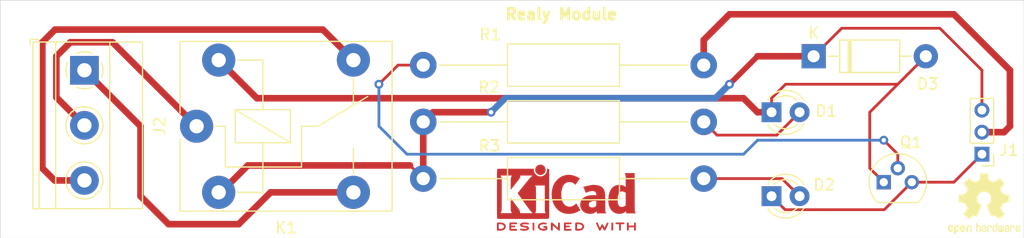
<source format=kicad_pcb>
(kicad_pcb (version 20171130) (host pcbnew 5.1.9-73d0e3b20d~88~ubuntu20.04.1)

  (general
    (thickness 1.6)
    (drawings 5)
    (tracks 80)
    (zones 0)
    (modules 12)
    (nets 11)
  )

  (page A4)
  (layers
    (0 F.Cu signal)
    (31 B.Cu signal)
    (32 B.Adhes user)
    (33 F.Adhes user)
    (34 B.Paste user)
    (35 F.Paste user)
    (36 B.SilkS user)
    (37 F.SilkS user)
    (38 B.Mask user)
    (39 F.Mask user)
    (40 Dwgs.User user)
    (41 Cmts.User user)
    (42 Eco1.User user)
    (43 Eco2.User user)
    (44 Edge.Cuts user)
    (45 Margin user)
    (46 B.CrtYd user)
    (47 F.CrtYd user)
    (48 B.Fab user)
    (49 F.Fab user)
  )

  (setup
    (last_trace_width 0.25)
    (trace_clearance 0.2)
    (zone_clearance 0.508)
    (zone_45_only no)
    (trace_min 0.2)
    (via_size 0.8)
    (via_drill 0.4)
    (via_min_size 0.4)
    (via_min_drill 0.3)
    (uvia_size 0.3)
    (uvia_drill 0.1)
    (uvias_allowed no)
    (uvia_min_size 0.2)
    (uvia_min_drill 0.1)
    (edge_width 0.05)
    (segment_width 0.2)
    (pcb_text_width 0.3)
    (pcb_text_size 1.5 1.5)
    (mod_edge_width 0.12)
    (mod_text_size 1 1)
    (mod_text_width 0.15)
    (pad_size 3 3)
    (pad_drill 1.3)
    (pad_to_mask_clearance 0)
    (aux_axis_origin 0 0)
    (visible_elements FFFFFF7F)
    (pcbplotparams
      (layerselection 0x010fc_ffffffff)
      (usegerberextensions false)
      (usegerberattributes true)
      (usegerberadvancedattributes true)
      (creategerberjobfile true)
      (excludeedgelayer true)
      (linewidth 0.100000)
      (plotframeref false)
      (viasonmask false)
      (mode 1)
      (useauxorigin false)
      (hpglpennumber 1)
      (hpglpenspeed 20)
      (hpglpendiameter 15.000000)
      (psnegative false)
      (psa4output false)
      (plotreference true)
      (plotvalue true)
      (plotinvisibletext false)
      (padsonsilk false)
      (subtractmaskfromsilk false)
      (outputformat 1)
      (mirror false)
      (drillshape 1)
      (scaleselection 1)
      (outputdirectory ""))
  )

  (net 0 "")
  (net 1 "Net-(D1-Pad2)")
  (net 2 "Net-(D1-Pad1)")
  (net 3 "Net-(D2-Pad2)")
  (net 4 GND)
  (net 5 +5V)
  (net 6 "Net-(J1-Pad2)")
  (net 7 "Net-(J2-Pad3)")
  (net 8 "Net-(J2-Pad2)")
  (net 9 "Net-(J2-Pad1)")
  (net 10 "Net-(Q1-Pad2)")

  (net_class Default "This is the default net class."
    (clearance 0.2)
    (trace_width 0.25)
    (via_dia 0.8)
    (via_drill 0.4)
    (uvia_dia 0.3)
    (uvia_drill 0.1)
    (add_net +5V)
    (add_net GND)
    (add_net "Net-(D1-Pad1)")
    (add_net "Net-(D1-Pad2)")
    (add_net "Net-(D2-Pad2)")
    (add_net "Net-(J1-Pad2)")
    (add_net "Net-(J2-Pad1)")
    (add_net "Net-(J2-Pad2)")
    (add_net "Net-(J2-Pad3)")
    (add_net "Net-(Q1-Pad2)")
  )

  (module Symbol:KiCad-Logo2_5mm_Copper (layer F.Cu) (tedit 0) (tstamp 6083A4D9)
    (at 161.75 90.29)
    (descr "KiCad Logo")
    (tags "Logo KiCad")
    (attr virtual)
    (fp_text reference REF** (at 0 -5.08) (layer F.SilkS) hide
      (effects (font (size 1 1) (thickness 0.15)))
    )
    (fp_text value KiCad-Logo2_5mm_Copper (at 0 5.08) (layer F.Fab) hide
      (effects (font (size 1 1) (thickness 0.15)))
    )
    (fp_poly (pts (xy -2.9464 -2.510946) (xy -2.935535 -2.397007) (xy -2.903918 -2.289384) (xy -2.853015 -2.190385)
      (xy -2.784293 -2.102316) (xy -2.699219 -2.027484) (xy -2.602232 -1.969616) (xy -2.495964 -1.929995)
      (xy -2.38895 -1.911427) (xy -2.2833 -1.912566) (xy -2.181125 -1.93207) (xy -2.084534 -1.968594)
      (xy -1.995638 -2.020795) (xy -1.916546 -2.087327) (xy -1.849369 -2.166848) (xy -1.796217 -2.258013)
      (xy -1.759199 -2.359477) (xy -1.740427 -2.469898) (xy -1.738489 -2.519794) (xy -1.738489 -2.607733)
      (xy -1.68656 -2.607733) (xy -1.650253 -2.604889) (xy -1.623355 -2.593089) (xy -1.596249 -2.569351)
      (xy -1.557867 -2.530969) (xy -1.557867 -0.339398) (xy -1.557876 -0.077261) (xy -1.557908 0.163241)
      (xy -1.557972 0.383048) (xy -1.558076 0.583101) (xy -1.558227 0.764344) (xy -1.558434 0.927716)
      (xy -1.558706 1.07416) (xy -1.55905 1.204617) (xy -1.559474 1.320029) (xy -1.559987 1.421338)
      (xy -1.560597 1.509484) (xy -1.561312 1.58541) (xy -1.56214 1.650057) (xy -1.563089 1.704367)
      (xy -1.564167 1.74928) (xy -1.565383 1.78574) (xy -1.566745 1.814687) (xy -1.568261 1.837063)
      (xy -1.569938 1.853809) (xy -1.571786 1.865868) (xy -1.573813 1.87418) (xy -1.576025 1.879687)
      (xy -1.577108 1.881537) (xy -1.581271 1.888549) (xy -1.584805 1.894996) (xy -1.588635 1.9009)
      (xy -1.593682 1.906286) (xy -1.600871 1.911178) (xy -1.611123 1.915598) (xy -1.625364 1.919572)
      (xy -1.644514 1.923121) (xy -1.669499 1.92627) (xy -1.70124 1.929042) (xy -1.740662 1.931461)
      (xy -1.788686 1.933551) (xy -1.846237 1.935335) (xy -1.914237 1.936837) (xy -1.99361 1.93808)
      (xy -2.085279 1.939089) (xy -2.190166 1.939885) (xy -2.309196 1.940494) (xy -2.44329 1.940939)
      (xy -2.593373 1.941243) (xy -2.760367 1.94143) (xy -2.945196 1.941524) (xy -3.148783 1.941548)
      (xy -3.37205 1.941525) (xy -3.615922 1.94148) (xy -3.881321 1.941437) (xy -3.919704 1.941432)
      (xy -4.186682 1.941389) (xy -4.432002 1.941318) (xy -4.656583 1.941213) (xy -4.861345 1.941066)
      (xy -5.047206 1.940869) (xy -5.215088 1.940616) (xy -5.365908 1.9403) (xy -5.500587 1.939913)
      (xy -5.620044 1.939447) (xy -5.725199 1.938897) (xy -5.816971 1.938253) (xy -5.896279 1.937511)
      (xy -5.964043 1.936661) (xy -6.021182 1.935697) (xy -6.068617 1.934611) (xy -6.107266 1.933397)
      (xy -6.138049 1.932047) (xy -6.161885 1.930555) (xy -6.179694 1.928911) (xy -6.192395 1.927111)
      (xy -6.200908 1.925145) (xy -6.205266 1.923477) (xy -6.213728 1.919906) (xy -6.221497 1.91727)
      (xy -6.228602 1.914634) (xy -6.235073 1.911062) (xy -6.240939 1.905621) (xy -6.246229 1.897375)
      (xy -6.250974 1.88539) (xy -6.255202 1.868731) (xy -6.258943 1.846463) (xy -6.262227 1.817652)
      (xy -6.265083 1.781363) (xy -6.26754 1.736661) (xy -6.269629 1.682611) (xy -6.271378 1.618279)
      (xy -6.272817 1.54273) (xy -6.273976 1.45503) (xy -6.274883 1.354243) (xy -6.275569 1.239434)
      (xy -6.276063 1.10967) (xy -6.276395 0.964015) (xy -6.276593 0.801535) (xy -6.276687 0.621295)
      (xy -6.276708 0.42236) (xy -6.276685 0.203796) (xy -6.276646 -0.035332) (xy -6.276622 -0.29596)
      (xy -6.276622 -0.338111) (xy -6.276636 -0.601008) (xy -6.276661 -0.842268) (xy -6.276671 -1.062835)
      (xy -6.276642 -1.263648) (xy -6.276548 -1.445651) (xy -6.276362 -1.609784) (xy -6.276059 -1.756989)
      (xy -6.275614 -1.888208) (xy -6.275034 -1.998133) (xy -5.972197 -1.998133) (xy -5.932407 -1.940289)
      (xy -5.921236 -1.924521) (xy -5.911166 -1.910559) (xy -5.902138 -1.897216) (xy -5.894097 -1.883307)
      (xy -5.886986 -1.867644) (xy -5.880747 -1.849042) (xy -5.875325 -1.826314) (xy -5.870662 -1.798273)
      (xy -5.866701 -1.763733) (xy -5.863385 -1.721508) (xy -5.860659 -1.670411) (xy -5.858464 -1.609256)
      (xy -5.856745 -1.536856) (xy -5.855444 -1.452025) (xy -5.854505 -1.353578) (xy -5.85387 -1.240326)
      (xy -5.853484 -1.111084) (xy -5.853288 -0.964666) (xy -5.853227 -0.799884) (xy -5.853243 -0.615553)
      (xy -5.85328 -0.410487) (xy -5.853289 -0.287867) (xy -5.853265 -0.070918) (xy -5.853231 0.124642)
      (xy -5.853243 0.299999) (xy -5.853358 0.456341) (xy -5.85363 0.594857) (xy -5.854118 0.716734)
      (xy -5.854876 0.82316) (xy -5.855962 0.915322) (xy -5.857431 0.994409) (xy -5.85934 1.061608)
      (xy -5.861744 1.118107) (xy -5.864701 1.165093) (xy -5.868266 1.203755) (xy -5.872495 1.23528)
      (xy -5.877446 1.260855) (xy -5.883173 1.28167) (xy -5.889733 1.298911) (xy -5.897183 1.313765)
      (xy -5.905579 1.327422) (xy -5.914976 1.341069) (xy -5.925432 1.355893) (xy -5.931523 1.364783)
      (xy -5.970296 1.4224) (xy -5.438732 1.4224) (xy -5.315483 1.422365) (xy -5.212987 1.422215)
      (xy -5.12942 1.421878) (xy -5.062956 1.421286) (xy -5.011771 1.420367) (xy -4.974041 1.419051)
      (xy -4.94794 1.417269) (xy -4.931644 1.414951) (xy -4.923328 1.412026) (xy -4.921168 1.408424)
      (xy -4.923339 1.404075) (xy -4.924535 1.402645) (xy -4.949685 1.365573) (xy -4.975583 1.312772)
      (xy -4.999192 1.25077) (xy -5.007461 1.224357) (xy -5.012078 1.206416) (xy -5.015979 1.185355)
      (xy -5.019248 1.159089) (xy -5.021966 1.125532) (xy -5.024215 1.082599) (xy -5.026077 1.028204)
      (xy -5.027636 0.960262) (xy -5.028972 0.876688) (xy -5.030169 0.775395) (xy -5.031308 0.6543)
      (xy -5.031685 0.6096) (xy -5.032702 0.484449) (xy -5.03346 0.380082) (xy -5.033903 0.294707)
      (xy -5.03397 0.226533) (xy -5.033605 0.173765) (xy -5.032748 0.134614) (xy -5.031341 0.107285)
      (xy -5.029325 0.089986) (xy -5.026643 0.080926) (xy -5.023236 0.078312) (xy -5.019044 0.080351)
      (xy -5.014571 0.084667) (xy -5.004216 0.097602) (xy -4.982158 0.126676) (xy -4.949957 0.169759)
      (xy -4.909174 0.224718) (xy -4.86137 0.289423) (xy -4.808105 0.361742) (xy -4.75094 0.439544)
      (xy -4.691437 0.520698) (xy -4.631155 0.603072) (xy -4.571655 0.684536) (xy -4.514498 0.762957)
      (xy -4.461245 0.836204) (xy -4.413457 0.902147) (xy -4.372693 0.958654) (xy -4.340516 1.003593)
      (xy -4.318485 1.034834) (xy -4.313917 1.041466) (xy -4.290996 1.078369) (xy -4.264188 1.126359)
      (xy -4.238789 1.175897) (xy -4.235568 1.182577) (xy -4.21389 1.230772) (xy -4.201304 1.268334)
      (xy -4.195574 1.30416) (xy -4.194456 1.3462) (xy -4.19509 1.4224) (xy -3.040651 1.4224)
      (xy -3.131815 1.328669) (xy -3.178612 1.278775) (xy -3.228899 1.222295) (xy -3.274944 1.168026)
      (xy -3.295369 1.142673) (xy -3.325807 1.103128) (xy -3.365862 1.049916) (xy -3.414361 0.984667)
      (xy -3.470135 0.909011) (xy -3.532011 0.824577) (xy -3.598819 0.732994) (xy -3.669387 0.635892)
      (xy -3.742545 0.534901) (xy -3.817121 0.43165) (xy -3.891944 0.327768) (xy -3.965843 0.224885)
      (xy -4.037646 0.124631) (xy -4.106184 0.028636) (xy -4.170284 -0.061473) (xy -4.228775 -0.144064)
      (xy -4.280486 -0.217508) (xy -4.324247 -0.280176) (xy -4.358885 -0.330439) (xy -4.38323 -0.366666)
      (xy -4.396111 -0.387229) (xy -4.397869 -0.391332) (xy -4.38991 -0.402658) (xy -4.369115 -0.429838)
      (xy -4.336847 -0.471171) (xy -4.29447 -0.524956) (xy -4.243347 -0.589494) (xy -4.184841 -0.663082)
      (xy -4.120314 -0.744022) (xy -4.051131 -0.830612) (xy -3.978653 -0.921152) (xy -3.904246 -1.01394)
      (xy -3.844517 -1.088298) (xy -2.833511 -1.088298) (xy -2.827602 -1.075341) (xy -2.813272 -1.053092)
      (xy -2.812225 -1.051609) (xy -2.793438 -1.021456) (xy -2.773791 -0.984625) (xy -2.769892 -0.976489)
      (xy -2.766356 -0.96806) (xy -2.76323 -0.957941) (xy -2.760486 -0.94474) (xy -2.758092 -0.927062)
      (xy -2.756019 -0.903516) (xy -2.754235 -0.872707) (xy -2.752712 -0.833243) (xy -2.751419 -0.783731)
      (xy -2.750326 -0.722777) (xy -2.749403 -0.648989) (xy -2.748619 -0.560972) (xy -2.747945 -0.457335)
      (xy -2.74735 -0.336684) (xy -2.746805 -0.197626) (xy -2.746279 -0.038768) (xy -2.745745 0.140089)
      (xy -2.745206 0.325207) (xy -2.744772 0.489145) (xy -2.744509 0.633303) (xy -2.744484 0.759079)
      (xy -2.744765 0.867871) (xy -2.745419 0.961077) (xy -2.746514 1.040097) (xy -2.748118 1.106328)
      (xy -2.750297 1.16117) (xy -2.753119 1.206021) (xy -2.756651 1.242278) (xy -2.760961 1.271341)
      (xy -2.766117 1.294609) (xy -2.772185 1.313479) (xy -2.779233 1.329351) (xy -2.787329 1.343622)
      (xy -2.79654 1.357691) (xy -2.80504 1.370158) (xy -2.822176 1.396452) (xy -2.832322 1.414037)
      (xy -2.833511 1.417257) (xy -2.822604 1.418334) (xy -2.791411 1.419335) (xy -2.742223 1.420235)
      (xy -2.677333 1.42101) (xy -2.59903 1.421637) (xy -2.509607 1.422091) (xy -2.411356 1.422349)
      (xy -2.342445 1.4224) (xy -2.237452 1.42218) (xy -2.14061 1.421548) (xy -2.054107 1.420549)
      (xy -1.980132 1.419227) (xy -1.920874 1.417626) (xy -1.87852 1.415791) (xy -1.85526 1.413765)
      (xy -1.851378 1.412493) (xy -1.859076 1.397591) (xy -1.867074 1.38956) (xy -1.880246 1.372434)
      (xy -1.897485 1.342183) (xy -1.909407 1.317622) (xy -1.936045 1.258711) (xy -1.93912 0.081845)
      (xy -1.942195 -1.095022) (xy -2.387853 -1.095022) (xy -2.48567 -1.094858) (xy -2.576064 -1.094389)
      (xy -2.65663 -1.093653) (xy -2.724962 -1.092684) (xy -2.778656 -1.09152) (xy -2.815305 -1.090197)
      (xy -2.832504 -1.088751) (xy -2.833511 -1.088298) (xy -3.844517 -1.088298) (xy -3.82927 -1.107278)
      (xy -3.75509 -1.199463) (xy -3.683069 -1.288796) (xy -3.614569 -1.373576) (xy -3.550955 -1.452102)
      (xy -3.493588 -1.522674) (xy -3.443833 -1.583591) (xy -3.403052 -1.633153) (xy -3.385888 -1.653822)
      (xy -3.299596 -1.754484) (xy -3.222997 -1.837741) (xy -3.154183 -1.905562) (xy -3.091248 -1.959911)
      (xy -3.081867 -1.967278) (xy -3.042356 -1.997883) (xy -4.174116 -1.998133) (xy -4.168827 -1.950156)
      (xy -4.17213 -1.892812) (xy -4.193661 -1.824537) (xy -4.233635 -1.744788) (xy -4.278943 -1.672505)
      (xy -4.295161 -1.64986) (xy -4.323214 -1.612304) (xy -4.36143 -1.561979) (xy -4.408137 -1.501027)
      (xy -4.461661 -1.431589) (xy -4.520331 -1.355806) (xy -4.582475 -1.27582) (xy -4.646421 -1.193772)
      (xy -4.710495 -1.111804) (xy -4.773027 -1.032057) (xy -4.832343 -0.956673) (xy -4.886771 -0.887793)
      (xy -4.934639 -0.827558) (xy -4.974275 -0.778111) (xy -5.004006 -0.741592) (xy -5.022161 -0.720142)
      (xy -5.02522 -0.716844) (xy -5.028079 -0.724851) (xy -5.030293 -0.755145) (xy -5.031857 -0.807444)
      (xy -5.032767 -0.881469) (xy -5.03302 -0.976937) (xy -5.032613 -1.093566) (xy -5.031704 -1.213555)
      (xy -5.030382 -1.345667) (xy -5.028857 -1.457406) (xy -5.026881 -1.550975) (xy -5.024206 -1.628581)
      (xy -5.020582 -1.692426) (xy -5.015761 -1.744717) (xy -5.009494 -1.787656) (xy -5.001532 -1.823449)
      (xy -4.991627 -1.8543) (xy -4.979531 -1.882414) (xy -4.964993 -1.909995) (xy -4.950311 -1.935034)
      (xy -4.912314 -1.998133) (xy -5.972197 -1.998133) (xy -6.275034 -1.998133) (xy -6.275001 -2.004383)
      (xy -6.274195 -2.106456) (xy -6.27317 -2.195367) (xy -6.2719 -2.272059) (xy -6.27036 -2.337473)
      (xy -6.268524 -2.392551) (xy -6.266367 -2.438235) (xy -6.263863 -2.475466) (xy -6.260987 -2.505187)
      (xy -6.257713 -2.528338) (xy -6.254015 -2.545861) (xy -6.249869 -2.558699) (xy -6.245247 -2.567792)
      (xy -6.240126 -2.574082) (xy -6.234478 -2.578512) (xy -6.228279 -2.582022) (xy -6.221504 -2.585555)
      (xy -6.215508 -2.589124) (xy -6.210275 -2.5917) (xy -6.202099 -2.594028) (xy -6.189886 -2.596122)
      (xy -6.172541 -2.597993) (xy -6.148969 -2.599653) (xy -6.118077 -2.601116) (xy -6.078768 -2.602392)
      (xy -6.02995 -2.603496) (xy -5.970527 -2.604439) (xy -5.899404 -2.605233) (xy -5.815488 -2.605891)
      (xy -5.717683 -2.606425) (xy -5.604894 -2.606847) (xy -5.476029 -2.607171) (xy -5.329991 -2.607408)
      (xy -5.165686 -2.60757) (xy -4.98202 -2.60767) (xy -4.777897 -2.60772) (xy -4.566753 -2.607733)
      (xy -2.9464 -2.607733) (xy -2.9464 -2.510946)) (layer F.Cu) (width 0.01))
    (fp_poly (pts (xy 0.328429 -2.050929) (xy 0.48857 -2.029755) (xy 0.65251 -1.989615) (xy 0.822313 -1.930111)
      (xy 1.000043 -1.850846) (xy 1.01131 -1.845301) (xy 1.069005 -1.817275) (xy 1.120552 -1.793198)
      (xy 1.162191 -1.774751) (xy 1.190162 -1.763614) (xy 1.199733 -1.761067) (xy 1.21895 -1.756059)
      (xy 1.223561 -1.751853) (xy 1.218458 -1.74142) (xy 1.202418 -1.715132) (xy 1.177288 -1.675743)
      (xy 1.144914 -1.626009) (xy 1.107143 -1.568685) (xy 1.065822 -1.506524) (xy 1.022798 -1.442282)
      (xy 0.979917 -1.378715) (xy 0.939026 -1.318575) (xy 0.901971 -1.26462) (xy 0.8706 -1.219603)
      (xy 0.846759 -1.186279) (xy 0.832294 -1.167403) (xy 0.830309 -1.165213) (xy 0.820191 -1.169862)
      (xy 0.79785 -1.187038) (xy 0.76728 -1.21356) (xy 0.751536 -1.228036) (xy 0.655047 -1.303318)
      (xy 0.548336 -1.358759) (xy 0.432832 -1.393859) (xy 0.309962 -1.40812) (xy 0.240561 -1.406949)
      (xy 0.119423 -1.389788) (xy 0.010205 -1.353906) (xy -0.087418 -1.299041) (xy -0.173772 -1.22493)
      (xy -0.249185 -1.131312) (xy -0.313982 -1.017924) (xy -0.351399 -0.931333) (xy -0.395252 -0.795634)
      (xy -0.427572 -0.64815) (xy -0.448443 -0.492686) (xy -0.457949 -0.333044) (xy -0.456173 -0.173027)
      (xy -0.443197 -0.016439) (xy -0.419106 0.132918) (xy -0.383982 0.27124) (xy -0.337908 0.394724)
      (xy -0.321627 0.428978) (xy -0.25338 0.543064) (xy -0.172921 0.639557) (xy -0.08143 0.71767)
      (xy 0.019911 0.776617) (xy 0.12992 0.815612) (xy 0.247415 0.833868) (xy 0.288883 0.835211)
      (xy 0.410441 0.82429) (xy 0.530878 0.791474) (xy 0.648666 0.737439) (xy 0.762277 0.662865)
      (xy 0.853685 0.584539) (xy 0.900215 0.540008) (xy 1.081483 0.837271) (xy 1.12658 0.911433)
      (xy 1.167819 0.979646) (xy 1.203735 1.039459) (xy 1.232866 1.08842) (xy 1.25375 1.124079)
      (xy 1.264924 1.143984) (xy 1.266375 1.147079) (xy 1.258146 1.156718) (xy 1.232567 1.173999)
      (xy 1.192873 1.197283) (xy 1.142297 1.224934) (xy 1.084074 1.255315) (xy 1.021437 1.28679)
      (xy 0.957621 1.317722) (xy 0.89586 1.346473) (xy 0.839388 1.371408) (xy 0.791438 1.390889)
      (xy 0.767986 1.399318) (xy 0.634221 1.437133) (xy 0.496327 1.462136) (xy 0.348622 1.47514)
      (xy 0.221833 1.477468) (xy 0.153878 1.476373) (xy 0.088277 1.474275) (xy 0.030847 1.471434)
      (xy -0.012597 1.468106) (xy -0.026702 1.466422) (xy -0.165716 1.437587) (xy -0.307243 1.392468)
      (xy -0.444725 1.33375) (xy -0.571606 1.26412) (xy -0.649111 1.211441) (xy -0.776519 1.103239)
      (xy -0.894822 0.976671) (xy -1.001828 0.834866) (xy -1.095348 0.680951) (xy -1.17319 0.518053)
      (xy -1.217044 0.400756) (xy -1.267292 0.217128) (xy -1.300791 0.022581) (xy -1.317551 -0.178675)
      (xy -1.317584 -0.382432) (xy -1.300899 -0.584479) (xy -1.267507 -0.780608) (xy -1.21742 -0.966609)
      (xy -1.213603 -0.978197) (xy -1.150719 -1.14025) (xy -1.073972 -1.288168) (xy -0.980758 -1.426135)
      (xy -0.868473 -1.558339) (xy -0.824608 -1.603601) (xy -0.688466 -1.727543) (xy -0.548509 -1.830085)
      (xy -0.402589 -1.912344) (xy -0.248558 -1.975436) (xy -0.084268 -2.020477) (xy 0.011289 -2.037967)
      (xy 0.170023 -2.053534) (xy 0.328429 -2.050929)) (layer F.Cu) (width 0.01))
    (fp_poly (pts (xy 2.673574 -1.133448) (xy 2.825492 -1.113433) (xy 2.960756 -1.079798) (xy 3.080239 -1.032275)
      (xy 3.184815 -0.970595) (xy 3.262424 -0.907035) (xy 3.331265 -0.832901) (xy 3.385006 -0.753129)
      (xy 3.42791 -0.660909) (xy 3.443384 -0.617839) (xy 3.456244 -0.578858) (xy 3.467446 -0.542711)
      (xy 3.47712 -0.507566) (xy 3.485396 -0.47159) (xy 3.492403 -0.43295) (xy 3.498272 -0.389815)
      (xy 3.503131 -0.340351) (xy 3.50711 -0.282727) (xy 3.51034 -0.215109) (xy 3.512949 -0.135666)
      (xy 3.515067 -0.042564) (xy 3.516824 0.066027) (xy 3.518349 0.191942) (xy 3.519772 0.337012)
      (xy 3.521025 0.479778) (xy 3.522351 0.635968) (xy 3.523556 0.771239) (xy 3.524766 0.887246)
      (xy 3.526106 0.985645) (xy 3.5277 1.068093) (xy 3.529675 1.136246) (xy 3.532156 1.19176)
      (xy 3.535269 1.236292) (xy 3.539138 1.271498) (xy 3.543889 1.299034) (xy 3.549648 1.320556)
      (xy 3.556539 1.337722) (xy 3.564689 1.352186) (xy 3.574223 1.365606) (xy 3.585266 1.379638)
      (xy 3.589566 1.385071) (xy 3.605386 1.40791) (xy 3.612422 1.423463) (xy 3.612444 1.423922)
      (xy 3.601567 1.426121) (xy 3.570582 1.428147) (xy 3.521957 1.429942) (xy 3.458163 1.431451)
      (xy 3.381669 1.432616) (xy 3.294944 1.43338) (xy 3.200457 1.433686) (xy 3.18955 1.433689)
      (xy 2.766657 1.433689) (xy 2.763395 1.337622) (xy 2.760133 1.241556) (xy 2.698044 1.292543)
      (xy 2.600714 1.360057) (xy 2.490813 1.414749) (xy 2.404349 1.444978) (xy 2.335278 1.459666)
      (xy 2.251925 1.469659) (xy 2.162159 1.474646) (xy 2.073845 1.474313) (xy 1.994851 1.468351)
      (xy 1.958622 1.462638) (xy 1.818603 1.424776) (xy 1.692178 1.369932) (xy 1.58026 1.298924)
      (xy 1.483762 1.212568) (xy 1.4036 1.111679) (xy 1.340687 0.997076) (xy 1.296312 0.870984)
      (xy 1.283978 0.814401) (xy 1.276368 0.752202) (xy 1.272739 0.677363) (xy 1.272245 0.643467)
      (xy 1.27231 0.640282) (xy 2.032248 0.640282) (xy 2.041541 0.715333) (xy 2.069728 0.77916)
      (xy 2.118197 0.834798) (xy 2.123254 0.839211) (xy 2.171548 0.874037) (xy 2.223257 0.89662)
      (xy 2.283989 0.90854) (xy 2.359352 0.911383) (xy 2.377459 0.910978) (xy 2.431278 0.908325)
      (xy 2.471308 0.902909) (xy 2.506324 0.892745) (xy 2.545103 0.87585) (xy 2.555745 0.870672)
      (xy 2.616396 0.834844) (xy 2.663215 0.792212) (xy 2.675952 0.776973) (xy 2.720622 0.720462)
      (xy 2.720622 0.524586) (xy 2.720086 0.445939) (xy 2.718396 0.387988) (xy 2.715428 0.348875)
      (xy 2.711057 0.326741) (xy 2.706972 0.320274) (xy 2.691047 0.317111) (xy 2.657264 0.314488)
      (xy 2.61034 0.312655) (xy 2.554993 0.311857) (xy 2.546106 0.311842) (xy 2.42533 0.317096)
      (xy 2.32266 0.333263) (xy 2.236106 0.360961) (xy 2.163681 0.400808) (xy 2.108751 0.447758)
      (xy 2.064204 0.505645) (xy 2.03948 0.568693) (xy 2.032248 0.640282) (xy 1.27231 0.640282)
      (xy 1.274178 0.549712) (xy 1.282522 0.470812) (xy 1.298768 0.39959) (xy 1.324405 0.328864)
      (xy 1.348401 0.276493) (xy 1.40702 0.181196) (xy 1.485117 0.09317) (xy 1.580315 0.014017)
      (xy 1.690238 -0.05466) (xy 1.81251 -0.111259) (xy 1.944755 -0.154179) (xy 2.009422 -0.169118)
      (xy 2.145604 -0.191223) (xy 2.294049 -0.205806) (xy 2.445505 -0.212187) (xy 2.572064 -0.210555)
      (xy 2.73395 -0.203776) (xy 2.72653 -0.262755) (xy 2.707238 -0.361908) (xy 2.676104 -0.442628)
      (xy 2.632269 -0.505534) (xy 2.574871 -0.551244) (xy 2.503048 -0.580378) (xy 2.415941 -0.593553)
      (xy 2.312686 -0.591389) (xy 2.274711 -0.587388) (xy 2.13352 -0.56222) (xy 1.996707 -0.521186)
      (xy 1.902178 -0.483185) (xy 1.857018 -0.46381) (xy 1.818585 -0.44824) (xy 1.792234 -0.438595)
      (xy 1.784546 -0.436548) (xy 1.774802 -0.445626) (xy 1.758083 -0.474595) (xy 1.734232 -0.523783)
      (xy 1.703093 -0.593516) (xy 1.664507 -0.684121) (xy 1.65791 -0.699911) (xy 1.627853 -0.772228)
      (xy 1.600874 -0.837575) (xy 1.578136 -0.893094) (xy 1.560806 -0.935928) (xy 1.550048 -0.963219)
      (xy 1.546941 -0.972058) (xy 1.55694 -0.976813) (xy 1.583217 -0.98209) (xy 1.611489 -0.985769)
      (xy 1.641646 -0.990526) (xy 1.689433 -0.999972) (xy 1.750612 -1.01318) (xy 1.820946 -1.029224)
      (xy 1.896194 -1.04718) (xy 1.924755 -1.054203) (xy 2.029816 -1.079791) (xy 2.11748 -1.099853)
      (xy 2.192068 -1.115031) (xy 2.257903 -1.125965) (xy 2.319307 -1.133296) (xy 2.380602 -1.137665)
      (xy 2.44611 -1.139713) (xy 2.504128 -1.140111) (xy 2.673574 -1.133448)) (layer F.Cu) (width 0.01))
    (fp_poly (pts (xy 6.186507 -0.527755) (xy 6.186526 -0.293338) (xy 6.186552 -0.080397) (xy 6.186625 0.112168)
      (xy 6.186782 0.285459) (xy 6.187064 0.440576) (xy 6.187509 0.57862) (xy 6.188156 0.700692)
      (xy 6.189045 0.807894) (xy 6.190213 0.901326) (xy 6.191701 0.98209) (xy 6.193546 1.051286)
      (xy 6.195789 1.110015) (xy 6.198469 1.159379) (xy 6.201623 1.200478) (xy 6.205292 1.234413)
      (xy 6.209513 1.262286) (xy 6.214327 1.285198) (xy 6.219773 1.304249) (xy 6.225888 1.32054)
      (xy 6.232712 1.335173) (xy 6.240285 1.349249) (xy 6.248645 1.363868) (xy 6.253839 1.372974)
      (xy 6.288104 1.433689) (xy 5.429955 1.433689) (xy 5.429955 1.337733) (xy 5.429224 1.29437)
      (xy 5.427272 1.261205) (xy 5.424463 1.243424) (xy 5.423221 1.241778) (xy 5.411799 1.248662)
      (xy 5.389084 1.266505) (xy 5.366385 1.285879) (xy 5.3118 1.326614) (xy 5.242321 1.367617)
      (xy 5.16527 1.405123) (xy 5.087965 1.435364) (xy 5.057113 1.445012) (xy 4.988616 1.459578)
      (xy 4.905764 1.469539) (xy 4.816371 1.474583) (xy 4.728248 1.474396) (xy 4.649207 1.468666)
      (xy 4.611511 1.462858) (xy 4.473414 1.424797) (xy 4.346113 1.367073) (xy 4.230292 1.290211)
      (xy 4.126637 1.194739) (xy 4.035833 1.081179) (xy 3.969031 0.970381) (xy 3.914164 0.853625)
      (xy 3.872163 0.734276) (xy 3.842167 0.608283) (xy 3.823311 0.471594) (xy 3.814732 0.320158)
      (xy 3.814006 0.242711) (xy 3.8161 0.185934) (xy 4.645217 0.185934) (xy 4.645424 0.279002)
      (xy 4.648337 0.366692) (xy 4.654 0.443772) (xy 4.662455 0.505009) (xy 4.665038 0.51735)
      (xy 4.69684 0.624633) (xy 4.738498 0.711658) (xy 4.790363 0.778642) (xy 4.852781 0.825805)
      (xy 4.9261 0.853365) (xy 5.010669 0.861541) (xy 5.106835 0.850551) (xy 5.170311 0.834829)
      (xy 5.219454 0.816639) (xy 5.273583 0.790791) (xy 5.314244 0.767089) (xy 5.3848 0.720721)
      (xy 5.3848 -0.42947) (xy 5.317392 -0.473038) (xy 5.238867 -0.51396) (xy 5.154681 -0.540611)
      (xy 5.069557 -0.552535) (xy 4.988216 -0.549278) (xy 4.91538 -0.530385) (xy 4.883426 -0.514816)
      (xy 4.825501 -0.471819) (xy 4.776544 -0.415047) (xy 4.73539 -0.342425) (xy 4.700874 -0.251879)
      (xy 4.671833 -0.141334) (xy 4.670552 -0.135467) (xy 4.660381 -0.073212) (xy 4.652739 0.004594)
      (xy 4.64767 0.09272) (xy 4.645217 0.185934) (xy 3.8161 0.185934) (xy 3.821857 0.029895)
      (xy 3.843802 -0.165941) (xy 3.879786 -0.344668) (xy 3.929759 -0.506155) (xy 3.993668 -0.650274)
      (xy 4.071462 -0.776894) (xy 4.163089 -0.885885) (xy 4.268497 -0.977117) (xy 4.313662 -1.008068)
      (xy 4.414611 -1.064215) (xy 4.517901 -1.103826) (xy 4.627989 -1.127986) (xy 4.74933 -1.137781)
      (xy 4.841836 -1.136735) (xy 4.97149 -1.125769) (xy 5.084084 -1.103954) (xy 5.182875 -1.070286)
      (xy 5.271121 -1.023764) (xy 5.319986 -0.989552) (xy 5.349353 -0.967638) (xy 5.371043 -0.952667)
      (xy 5.379253 -0.948267) (xy 5.380868 -0.959096) (xy 5.382159 -0.989749) (xy 5.383138 -1.037474)
      (xy 5.383817 -1.099521) (xy 5.38421 -1.173138) (xy 5.38433 -1.255573) (xy 5.384188 -1.344075)
      (xy 5.383797 -1.435893) (xy 5.383171 -1.528276) (xy 5.38232 -1.618472) (xy 5.38126 -1.703729)
      (xy 5.380001 -1.781297) (xy 5.378556 -1.848424) (xy 5.376938 -1.902359) (xy 5.375161 -1.94035)
      (xy 5.374669 -1.947333) (xy 5.367092 -2.017749) (xy 5.355531 -2.072898) (xy 5.337792 -2.120019)
      (xy 5.311682 -2.166353) (xy 5.305415 -2.175933) (xy 5.280983 -2.212622) (xy 6.186311 -2.212622)
      (xy 6.186507 -0.527755)) (layer F.Cu) (width 0.01))
    (fp_poly (pts (xy -2.273043 -2.973429) (xy -2.176768 -2.949191) (xy -2.090184 -2.906359) (xy -2.015373 -2.846581)
      (xy -1.954418 -2.771506) (xy -1.909399 -2.68278) (xy -1.883136 -2.58647) (xy -1.877286 -2.489205)
      (xy -1.89214 -2.395346) (xy -1.92584 -2.307489) (xy -1.976528 -2.22823) (xy -2.042345 -2.160164)
      (xy -2.121434 -2.105888) (xy -2.211934 -2.067998) (xy -2.2632 -2.055574) (xy -2.307698 -2.048053)
      (xy -2.341999 -2.045081) (xy -2.37496 -2.046906) (xy -2.415434 -2.053775) (xy -2.448531 -2.06075)
      (xy -2.541947 -2.092259) (xy -2.625619 -2.143383) (xy -2.697665 -2.212571) (xy -2.7562 -2.298272)
      (xy -2.770148 -2.325511) (xy -2.786586 -2.361878) (xy -2.796894 -2.392418) (xy -2.80246 -2.42455)
      (xy -2.804669 -2.465693) (xy -2.804948 -2.511778) (xy -2.800861 -2.596135) (xy -2.787446 -2.665414)
      (xy -2.762256 -2.726039) (xy -2.722846 -2.784433) (xy -2.684298 -2.828698) (xy -2.612406 -2.894516)
      (xy -2.537313 -2.939947) (xy -2.454562 -2.96715) (xy -2.376928 -2.977424) (xy -2.273043 -2.973429)) (layer F.Cu) (width 0.01))
    (fp_poly (pts (xy -6.121371 2.269066) (xy -6.081889 2.269467) (xy -5.9662 2.272259) (xy -5.869311 2.28055)
      (xy -5.787919 2.295232) (xy -5.718723 2.317193) (xy -5.65842 2.347322) (xy -5.603708 2.38651)
      (xy -5.584167 2.403532) (xy -5.55175 2.443363) (xy -5.52252 2.497413) (xy -5.499991 2.557323)
      (xy -5.487679 2.614739) (xy -5.4864 2.635956) (xy -5.494417 2.694769) (xy -5.515899 2.759013)
      (xy -5.546999 2.819821) (xy -5.583866 2.86833) (xy -5.589854 2.874182) (xy -5.640579 2.915321)
      (xy -5.696125 2.947435) (xy -5.759696 2.971365) (xy -5.834494 2.987953) (xy -5.923722 2.998041)
      (xy -6.030582 3.002469) (xy -6.079528 3.002845) (xy -6.141762 3.002545) (xy -6.185528 3.001292)
      (xy -6.214931 2.998554) (xy -6.234079 2.993801) (xy -6.247077 2.986501) (xy -6.254045 2.980267)
      (xy -6.260626 2.972694) (xy -6.265788 2.962924) (xy -6.269703 2.94834) (xy -6.272543 2.926326)
      (xy -6.27448 2.894264) (xy -6.275684 2.849536) (xy -6.276328 2.789526) (xy -6.276583 2.711617)
      (xy -6.276622 2.635956) (xy -6.27687 2.535041) (xy -6.276817 2.454427) (xy -6.275857 2.415822)
      (xy -6.129867 2.415822) (xy -6.129867 2.856089) (xy -6.036734 2.856004) (xy -5.980693 2.854396)
      (xy -5.921999 2.850256) (xy -5.873028 2.844464) (xy -5.871538 2.844226) (xy -5.792392 2.82509)
      (xy -5.731002 2.795287) (xy -5.684305 2.752878) (xy -5.654635 2.706961) (xy -5.636353 2.656026)
      (xy -5.637771 2.6082) (xy -5.658988 2.556933) (xy -5.700489 2.503899) (xy -5.757998 2.4646)
      (xy -5.83275 2.438331) (xy -5.882708 2.429035) (xy -5.939416 2.422507) (xy -5.999519 2.417782)
      (xy -6.050639 2.415817) (xy -6.053667 2.415808) (xy -6.129867 2.415822) (xy -6.275857 2.415822)
      (xy -6.27526 2.391851) (xy -6.270998 2.345055) (xy -6.26283 2.311778) (xy -6.249556 2.289759)
      (xy -6.229974 2.276739) (xy -6.202883 2.270457) (xy -6.167082 2.268653) (xy -6.121371 2.269066)) (layer F.Cu) (width 0.01))
    (fp_poly (pts (xy -4.712794 2.269146) (xy -4.643386 2.269518) (xy -4.590997 2.270385) (xy -4.552847 2.271946)
      (xy -4.526159 2.274403) (xy -4.508153 2.277957) (xy -4.496049 2.28281) (xy -4.487069 2.289161)
      (xy -4.483818 2.292084) (xy -4.464043 2.323142) (xy -4.460482 2.358828) (xy -4.473491 2.39051)
      (xy -4.479506 2.396913) (xy -4.489235 2.403121) (xy -4.504901 2.40791) (xy -4.529408 2.411514)
      (xy -4.565661 2.414164) (xy -4.616565 2.416095) (xy -4.685026 2.417539) (xy -4.747617 2.418418)
      (xy -4.995334 2.421467) (xy -4.998719 2.486378) (xy -5.002105 2.551289) (xy -4.833958 2.551289)
      (xy -4.760959 2.551919) (xy -4.707517 2.554553) (xy -4.670628 2.560309) (xy -4.647288 2.570304)
      (xy -4.634494 2.585656) (xy -4.629242 2.607482) (xy -4.628445 2.627738) (xy -4.630923 2.652592)
      (xy -4.640277 2.670906) (xy -4.659383 2.683637) (xy -4.691118 2.691741) (xy -4.738359 2.696176)
      (xy -4.803983 2.697899) (xy -4.839801 2.698045) (xy -5.000978 2.698045) (xy -5.000978 2.856089)
      (xy -4.752622 2.856089) (xy -4.671213 2.856202) (xy -4.609342 2.856712) (xy -4.563968 2.85787)
      (xy -4.532054 2.85993) (xy -4.510559 2.863146) (xy -4.496443 2.867772) (xy -4.486668 2.874059)
      (xy -4.481689 2.878667) (xy -4.46461 2.90556) (xy -4.459111 2.929467) (xy -4.466963 2.958667)
      (xy -4.481689 2.980267) (xy -4.489546 2.987066) (xy -4.499688 2.992346) (xy -4.514844 2.996298)
      (xy -4.537741 2.999113) (xy -4.571109 3.000982) (xy -4.617675 3.002098) (xy -4.680167 3.002651)
      (xy -4.761314 3.002833) (xy -4.803422 3.002845) (xy -4.893598 3.002765) (xy -4.963924 3.002398)
      (xy -5.017129 3.001552) (xy -5.05594 3.000036) (xy -5.083087 2.997659) (xy -5.101298 2.994229)
      (xy -5.1133 2.989554) (xy -5.121822 2.983444) (xy -5.125156 2.980267) (xy -5.131755 2.97267)
      (xy -5.136927 2.96287) (xy -5.140846 2.948239) (xy -5.143684 2.926152) (xy -5.145615 2.893982)
      (xy -5.146812 2.849103) (xy -5.147448 2.788889) (xy -5.147697 2.710713) (xy -5.147734 2.637923)
      (xy -5.1477 2.544707) (xy -5.147465 2.471431) (xy -5.14683 2.415458) (xy -5.145594 2.374151)
      (xy -5.143556 2.344872) (xy -5.140517 2.324984) (xy -5.136277 2.31185) (xy -5.130635 2.302832)
      (xy -5.123391 2.295293) (xy -5.121606 2.293612) (xy -5.112945 2.286172) (xy -5.102882 2.280409)
      (xy -5.088625 2.276112) (xy -5.067383 2.273064) (xy -5.036364 2.271051) (xy -4.992777 2.26986)
      (xy -4.933831 2.269275) (xy -4.856734 2.269083) (xy -4.802001 2.269067) (xy -4.712794 2.269146)) (layer F.Cu) (width 0.01))
    (fp_poly (pts (xy -3.691703 2.270351) (xy -3.616888 2.275581) (xy -3.547306 2.28375) (xy -3.487002 2.29455)
      (xy -3.44002 2.307673) (xy -3.410406 2.322813) (xy -3.40586 2.327269) (xy -3.390054 2.36185)
      (xy -3.394847 2.397351) (xy -3.419364 2.427725) (xy -3.420534 2.428596) (xy -3.434954 2.437954)
      (xy -3.450008 2.442876) (xy -3.471005 2.443473) (xy -3.503257 2.439861) (xy -3.552073 2.432154)
      (xy -3.556 2.431505) (xy -3.628739 2.422569) (xy -3.707217 2.418161) (xy -3.785927 2.418119)
      (xy -3.859361 2.422279) (xy -3.922011 2.430479) (xy -3.96837 2.442557) (xy -3.971416 2.443771)
      (xy -4.005048 2.462615) (xy -4.016864 2.481685) (xy -4.007614 2.500439) (xy -3.978047 2.518337)
      (xy -3.928911 2.534837) (xy -3.860957 2.549396) (xy -3.815645 2.556406) (xy -3.721456 2.569889)
      (xy -3.646544 2.582214) (xy -3.587717 2.594449) (xy -3.541785 2.607661) (xy -3.505555 2.622917)
      (xy -3.475838 2.641285) (xy -3.449442 2.663831) (xy -3.42823 2.685971) (xy -3.403065 2.716819)
      (xy -3.390681 2.743345) (xy -3.386808 2.776026) (xy -3.386667 2.787995) (xy -3.389576 2.827712)
      (xy -3.401202 2.857259) (xy -3.421323 2.883486) (xy -3.462216 2.923576) (xy -3.507817 2.954149)
      (xy -3.561513 2.976203) (xy -3.626692 2.990735) (xy -3.706744 2.998741) (xy -3.805057 3.001218)
      (xy -3.821289 3.001177) (xy -3.886849 2.999818) (xy -3.951866 2.99673) (xy -4.009252 2.992356)
      (xy -4.051922 2.98714) (xy -4.055372 2.986541) (xy -4.097796 2.976491) (xy -4.13378 2.963796)
      (xy -4.15415 2.95219) (xy -4.173107 2.921572) (xy -4.174427 2.885918) (xy -4.158085 2.854144)
      (xy -4.154429 2.850551) (xy -4.139315 2.839876) (xy -4.120415 2.835276) (xy -4.091162 2.836059)
      (xy -4.055651 2.840127) (xy -4.01597 2.843762) (xy -3.960345 2.846828) (xy -3.895406 2.849053)
      (xy -3.827785 2.850164) (xy -3.81 2.850237) (xy -3.742128 2.849964) (xy -3.692454 2.848646)
      (xy -3.65661 2.845827) (xy -3.630224 2.84105) (xy -3.608926 2.833857) (xy -3.596126 2.827867)
      (xy -3.568 2.811233) (xy -3.550068 2.796168) (xy -3.547447 2.791897) (xy -3.552976 2.774263)
      (xy -3.57926 2.757192) (xy -3.624478 2.741458) (xy -3.686808 2.727838) (xy -3.705171 2.724804)
      (xy -3.80109 2.709738) (xy -3.877641 2.697146) (xy -3.93778 2.686111) (xy -3.98446 2.67572)
      (xy -4.020637 2.665056) (xy -4.049265 2.653205) (xy -4.073298 2.639251) (xy -4.095692 2.622281)
      (xy -4.119402 2.601378) (xy -4.12738 2.594049) (xy -4.155353 2.566699) (xy -4.17016 2.545029)
      (xy -4.175952 2.520232) (xy -4.176889 2.488983) (xy -4.166575 2.427705) (xy -4.135752 2.37564)
      (xy -4.084595 2.332958) (xy -4.013283 2.299825) (xy -3.9624 2.284964) (xy -3.9071 2.275366)
      (xy -3.840853 2.269936) (xy -3.767706 2.268367) (xy -3.691703 2.270351)) (layer F.Cu) (width 0.01))
    (fp_poly (pts (xy -2.923822 2.291645) (xy -2.917242 2.299218) (xy -2.912079 2.308987) (xy -2.908164 2.323571)
      (xy -2.905324 2.345585) (xy -2.903387 2.377648) (xy -2.902183 2.422375) (xy -2.901539 2.482385)
      (xy -2.901284 2.560294) (xy -2.901245 2.635956) (xy -2.901314 2.729802) (xy -2.901638 2.803689)
      (xy -2.902386 2.860232) (xy -2.903732 2.902049) (xy -2.905846 2.931757) (xy -2.9089 2.951973)
      (xy -2.913066 2.965314) (xy -2.918516 2.974398) (xy -2.923822 2.980267) (xy -2.956826 2.999947)
      (xy -2.991991 2.998181) (xy -3.023455 2.976717) (xy -3.030684 2.968337) (xy -3.036334 2.958614)
      (xy -3.040599 2.944861) (xy -3.043673 2.924389) (xy -3.045752 2.894512) (xy -3.04703 2.852541)
      (xy -3.047701 2.795789) (xy -3.047959 2.721567) (xy -3.048 2.637537) (xy -3.048 2.324485)
      (xy -3.020291 2.296776) (xy -2.986137 2.273463) (xy -2.953006 2.272623) (xy -2.923822 2.291645)) (layer F.Cu) (width 0.01))
    (fp_poly (pts (xy -1.950081 2.274599) (xy -1.881565 2.286095) (xy -1.828943 2.303967) (xy -1.794708 2.327499)
      (xy -1.785379 2.340924) (xy -1.775893 2.372148) (xy -1.782277 2.400395) (xy -1.80243 2.427182)
      (xy -1.833745 2.439713) (xy -1.879183 2.438696) (xy -1.914326 2.431906) (xy -1.992419 2.418971)
      (xy -2.072226 2.417742) (xy -2.161555 2.428241) (xy -2.186229 2.43269) (xy -2.269291 2.456108)
      (xy -2.334273 2.490945) (xy -2.380461 2.536604) (xy -2.407145 2.592494) (xy -2.412663 2.621388)
      (xy -2.409051 2.680012) (xy -2.385729 2.731879) (xy -2.344824 2.775978) (xy -2.288459 2.811299)
      (xy -2.21876 2.836829) (xy -2.137852 2.851559) (xy -2.04786 2.854478) (xy -1.95091 2.844575)
      (xy -1.945436 2.843641) (xy -1.906875 2.836459) (xy -1.885494 2.829521) (xy -1.876227 2.819227)
      (xy -1.874006 2.801976) (xy -1.873956 2.792841) (xy -1.873956 2.754489) (xy -1.942431 2.754489)
      (xy -2.0029 2.750347) (xy -2.044165 2.737147) (xy -2.068175 2.71373) (xy -2.076877 2.678936)
      (xy -2.076983 2.674394) (xy -2.071892 2.644654) (xy -2.054433 2.623419) (xy -2.021939 2.609366)
      (xy -1.971743 2.601173) (xy -1.923123 2.598161) (xy -1.852456 2.596433) (xy -1.801198 2.59907)
      (xy -1.766239 2.6088) (xy -1.74447 2.628353) (xy -1.73278 2.660456) (xy -1.72806 2.707838)
      (xy -1.7272 2.770071) (xy -1.728609 2.839535) (xy -1.732848 2.886786) (xy -1.739936 2.912012)
      (xy -1.741311 2.913988) (xy -1.780228 2.945508) (xy -1.837286 2.97047) (xy -1.908869 2.98834)
      (xy -1.991358 2.998586) (xy -2.081139 3.000673) (xy -2.174592 2.994068) (xy -2.229556 2.985956)
      (xy -2.315766 2.961554) (xy -2.395892 2.921662) (xy -2.462977 2.869887) (xy -2.473173 2.859539)
      (xy -2.506302 2.816035) (xy -2.536194 2.762118) (xy -2.559357 2.705592) (xy -2.572298 2.654259)
      (xy -2.573858 2.634544) (xy -2.567218 2.593419) (xy -2.549568 2.542252) (xy -2.524297 2.488394)
      (xy -2.494789 2.439195) (xy -2.468719 2.406334) (xy -2.407765 2.357452) (xy -2.328969 2.318545)
      (xy -2.235157 2.290494) (xy -2.12915 2.274179) (xy -2.032 2.270192) (xy -1.950081 2.274599)) (layer F.Cu) (width 0.01))
    (fp_poly (pts (xy -1.300114 2.273448) (xy -1.276548 2.287273) (xy -1.245735 2.309881) (xy -1.206078 2.342338)
      (xy -1.15598 2.385708) (xy -1.093843 2.441058) (xy -1.018072 2.509451) (xy -0.931334 2.588084)
      (xy -0.750711 2.751878) (xy -0.745067 2.532029) (xy -0.743029 2.456351) (xy -0.741063 2.399994)
      (xy -0.738734 2.359706) (xy -0.735606 2.332235) (xy -0.731245 2.314329) (xy -0.725216 2.302737)
      (xy -0.717084 2.294208) (xy -0.712772 2.290623) (xy -0.678241 2.27167) (xy -0.645383 2.274441)
      (xy -0.619318 2.290633) (xy -0.592667 2.312199) (xy -0.589352 2.627151) (xy -0.588435 2.719779)
      (xy -0.587968 2.792544) (xy -0.588113 2.848161) (xy -0.589032 2.889342) (xy -0.590887 2.918803)
      (xy -0.593839 2.939255) (xy -0.59805 2.953413) (xy -0.603682 2.963991) (xy -0.609927 2.972474)
      (xy -0.623439 2.988207) (xy -0.636883 2.998636) (xy -0.652124 3.002639) (xy -0.671026 2.999094)
      (xy -0.695455 2.986879) (xy -0.727273 2.964871) (xy -0.768348 2.931949) (xy -0.820542 2.886991)
      (xy -0.885722 2.828875) (xy -0.959556 2.762099) (xy -1.224845 2.521458) (xy -1.230489 2.740589)
      (xy -1.232531 2.816128) (xy -1.234502 2.872354) (xy -1.236839 2.912524) (xy -1.239981 2.939896)
      (xy -1.244364 2.957728) (xy -1.250424 2.969279) (xy -1.2586 2.977807) (xy -1.262784 2.981282)
      (xy -1.299765 3.000372) (xy -1.334708 2.997493) (xy -1.365136 2.9731) (xy -1.372097 2.963286)
      (xy -1.377523 2.951826) (xy -1.381603 2.935968) (xy -1.384529 2.912963) (xy -1.386492 2.880062)
      (xy -1.387683 2.834516) (xy -1.388292 2.773573) (xy -1.388511 2.694486) (xy -1.388534 2.635956)
      (xy -1.38846 2.544407) (xy -1.388113 2.472687) (xy -1.387301 2.418045) (xy -1.385833 2.377732)
      (xy -1.383519 2.348998) (xy -1.380167 2.329093) (xy -1.375588 2.315268) (xy -1.369589 2.304772)
      (xy -1.365136 2.298811) (xy -1.35385 2.284691) (xy -1.343301 2.274029) (xy -1.331893 2.267892)
      (xy -1.31803 2.267343) (xy -1.300114 2.273448)) (layer F.Cu) (width 0.01))
    (fp_poly (pts (xy 0.230343 2.26926) (xy 0.306701 2.270174) (xy 0.365217 2.272311) (xy 0.408255 2.276175)
      (xy 0.438183 2.282267) (xy 0.457368 2.29109) (xy 0.468176 2.303146) (xy 0.472973 2.318939)
      (xy 0.474127 2.33897) (xy 0.474133 2.341335) (xy 0.473131 2.363992) (xy 0.468396 2.381503)
      (xy 0.457333 2.394574) (xy 0.437348 2.403913) (xy 0.405846 2.410227) (xy 0.360232 2.414222)
      (xy 0.297913 2.416606) (xy 0.216293 2.418086) (xy 0.191277 2.418414) (xy -0.0508 2.421467)
      (xy -0.054186 2.486378) (xy -0.057571 2.551289) (xy 0.110576 2.551289) (xy 0.176266 2.551531)
      (xy 0.223172 2.552556) (xy 0.255083 2.554811) (xy 0.275791 2.558742) (xy 0.289084 2.564798)
      (xy 0.298755 2.573424) (xy 0.298817 2.573493) (xy 0.316356 2.607112) (xy 0.315722 2.643448)
      (xy 0.297314 2.674423) (xy 0.293671 2.677607) (xy 0.280741 2.685812) (xy 0.263024 2.691521)
      (xy 0.23657 2.695162) (xy 0.197432 2.697167) (xy 0.141662 2.697964) (xy 0.105994 2.698045)
      (xy -0.056445 2.698045) (xy -0.056445 2.856089) (xy 0.190161 2.856089) (xy 0.27158 2.856231)
      (xy 0.33341 2.856814) (xy 0.378637 2.858068) (xy 0.410248 2.860227) (xy 0.431231 2.863523)
      (xy 0.444573 2.868189) (xy 0.453261 2.874457) (xy 0.45545 2.876733) (xy 0.471614 2.90828)
      (xy 0.472797 2.944168) (xy 0.459536 2.975285) (xy 0.449043 2.985271) (xy 0.438129 2.990769)
      (xy 0.421217 2.995022) (xy 0.395633 2.99818) (xy 0.358701 3.000392) (xy 0.307746 3.001806)
      (xy 0.240094 3.002572) (xy 0.153069 3.002838) (xy 0.133394 3.002845) (xy 0.044911 3.002787)
      (xy -0.023773 3.002467) (xy -0.075436 3.001667) (xy -0.112855 3.000167) (xy -0.13881 2.997749)
      (xy -0.156078 2.994194) (xy -0.167438 2.989282) (xy -0.175668 2.982795) (xy -0.180183 2.978138)
      (xy -0.186979 2.969889) (xy -0.192288 2.959669) (xy -0.196294 2.9448) (xy -0.199179 2.922602)
      (xy -0.201126 2.890393) (xy -0.202319 2.845496) (xy -0.202939 2.785228) (xy -0.203171 2.706911)
      (xy -0.2032 2.640994) (xy -0.203129 2.548628) (xy -0.202792 2.476117) (xy -0.202002 2.420737)
      (xy -0.200574 2.379765) (xy -0.198321 2.350478) (xy -0.195057 2.330153) (xy -0.190596 2.316066)
      (xy -0.184752 2.305495) (xy -0.179803 2.298811) (xy -0.156406 2.269067) (xy 0.133774 2.269067)
      (xy 0.230343 2.26926)) (layer F.Cu) (width 0.01))
    (fp_poly (pts (xy 1.018309 2.269275) (xy 1.147288 2.273636) (xy 1.256991 2.286861) (xy 1.349226 2.309741)
      (xy 1.425802 2.34307) (xy 1.488527 2.387638) (xy 1.539212 2.444236) (xy 1.579663 2.513658)
      (xy 1.580459 2.515351) (xy 1.604601 2.577483) (xy 1.613203 2.632509) (xy 1.606231 2.687887)
      (xy 1.583654 2.751073) (xy 1.579372 2.760689) (xy 1.550172 2.816966) (xy 1.517356 2.860451)
      (xy 1.475002 2.897417) (xy 1.41719 2.934135) (xy 1.413831 2.936052) (xy 1.363504 2.960227)
      (xy 1.306621 2.978282) (xy 1.239527 2.990839) (xy 1.158565 2.998522) (xy 1.060082 3.001953)
      (xy 1.025286 3.002251) (xy 0.859594 3.002845) (xy 0.836197 2.9731) (xy 0.829257 2.963319)
      (xy 0.823842 2.951897) (xy 0.819765 2.936095) (xy 0.816837 2.913175) (xy 0.814867 2.880396)
      (xy 0.814225 2.856089) (xy 0.970844 2.856089) (xy 1.064726 2.856089) (xy 1.119664 2.854483)
      (xy 1.17606 2.850255) (xy 1.222345 2.844292) (xy 1.225139 2.84379) (xy 1.307348 2.821736)
      (xy 1.371114 2.7886) (xy 1.418452 2.742847) (xy 1.451382 2.682939) (xy 1.457108 2.667061)
      (xy 1.462721 2.642333) (xy 1.460291 2.617902) (xy 1.448467 2.5854) (xy 1.44134 2.569434)
      (xy 1.418 2.527006) (xy 1.38988 2.49724) (xy 1.35894 2.476511) (xy 1.296966 2.449537)
      (xy 1.217651 2.429998) (xy 1.125253 2.418746) (xy 1.058333 2.41627) (xy 0.970844 2.415822)
      (xy 0.970844 2.856089) (xy 0.814225 2.856089) (xy 0.813668 2.835021) (xy 0.81305 2.774311)
      (xy 0.812825 2.695526) (xy 0.8128 2.63392) (xy 0.8128 2.324485) (xy 0.840509 2.296776)
      (xy 0.852806 2.285544) (xy 0.866103 2.277853) (xy 0.884672 2.27304) (xy 0.912786 2.270446)
      (xy 0.954717 2.26941) (xy 1.014737 2.26927) (xy 1.018309 2.269275)) (layer F.Cu) (width 0.01))
    (fp_poly (pts (xy 3.744665 2.271034) (xy 3.764255 2.278035) (xy 3.76501 2.278377) (xy 3.791613 2.298678)
      (xy 3.80627 2.319561) (xy 3.809138 2.329352) (xy 3.808996 2.342361) (xy 3.804961 2.360895)
      (xy 3.796146 2.387257) (xy 3.781669 2.423752) (xy 3.760645 2.472687) (xy 3.732188 2.536365)
      (xy 3.695415 2.617093) (xy 3.675175 2.661216) (xy 3.638625 2.739985) (xy 3.604315 2.812423)
      (xy 3.573552 2.87588) (xy 3.547648 2.927708) (xy 3.52791 2.965259) (xy 3.51565 2.985884)
      (xy 3.513224 2.988733) (xy 3.482183 3.001302) (xy 3.447121 2.999619) (xy 3.419 2.984332)
      (xy 3.417854 2.983089) (xy 3.406668 2.966154) (xy 3.387904 2.93317) (xy 3.363875 2.88838)
      (xy 3.336897 2.836032) (xy 3.327201 2.816742) (xy 3.254014 2.67015) (xy 3.17424 2.829393)
      (xy 3.145767 2.884415) (xy 3.11935 2.932132) (xy 3.097148 2.968893) (xy 3.081319 2.991044)
      (xy 3.075954 2.995741) (xy 3.034257 3.002102) (xy 2.999849 2.988733) (xy 2.989728 2.974446)
      (xy 2.972214 2.942692) (xy 2.948735 2.896597) (xy 2.92072 2.839285) (xy 2.889599 2.77388)
      (xy 2.856799 2.703507) (xy 2.82375 2.631291) (xy 2.791881 2.560355) (xy 2.762619 2.493825)
      (xy 2.737395 2.434826) (xy 2.717636 2.386481) (xy 2.704772 2.351915) (xy 2.700231 2.334253)
      (xy 2.700277 2.333613) (xy 2.711326 2.311388) (xy 2.73341 2.288753) (xy 2.73471 2.287768)
      (xy 2.761853 2.272425) (xy 2.786958 2.272574) (xy 2.796368 2.275466) (xy 2.807834 2.281718)
      (xy 2.82001 2.294014) (xy 2.834357 2.314908) (xy 2.852336 2.346949) (xy 2.875407 2.392688)
      (xy 2.90503 2.454677) (xy 2.931745 2.511898) (xy 2.96248 2.578226) (xy 2.990021 2.637874)
      (xy 3.012938 2.687725) (xy 3.029798 2.724664) (xy 3.039173 2.745573) (xy 3.04054 2.748845)
      (xy 3.046689 2.743497) (xy 3.060822 2.721109) (xy 3.081057 2.684946) (xy 3.105515 2.638277)
      (xy 3.115248 2.619022) (xy 3.148217 2.554004) (xy 3.173643 2.506654) (xy 3.193612 2.474219)
      (xy 3.21021 2.453946) (xy 3.225524 2.443082) (xy 3.24164 2.438875) (xy 3.252143 2.4384)
      (xy 3.27067 2.440042) (xy 3.286904 2.446831) (xy 3.303035 2.461566) (xy 3.321251 2.487044)
      (xy 3.343739 2.526061) (xy 3.372689 2.581414) (xy 3.388662 2.612903) (xy 3.41457 2.663087)
      (xy 3.437167 2.704704) (xy 3.454458 2.734242) (xy 3.46445 2.748189) (xy 3.465809 2.74877)
      (xy 3.472261 2.737793) (xy 3.486708 2.70929) (xy 3.507703 2.666244) (xy 3.533797 2.611638)
      (xy 3.563546 2.548454) (xy 3.57818 2.517071) (xy 3.61625 2.436078) (xy 3.646905 2.373756)
      (xy 3.671737 2.328071) (xy 3.692337 2.296989) (xy 3.710298 2.278478) (xy 3.72721 2.270504)
      (xy 3.744665 2.271034)) (layer F.Cu) (width 0.01))
    (fp_poly (pts (xy 4.188614 2.275877) (xy 4.212327 2.290647) (xy 4.238978 2.312227) (xy 4.238978 2.633773)
      (xy 4.238893 2.72783) (xy 4.238529 2.801932) (xy 4.237724 2.858704) (xy 4.236313 2.900768)
      (xy 4.234133 2.930748) (xy 4.231021 2.951267) (xy 4.226814 2.964949) (xy 4.221348 2.974416)
      (xy 4.217472 2.979082) (xy 4.186034 2.999575) (xy 4.150233 2.998739) (xy 4.118873 2.981264)
      (xy 4.092222 2.959684) (xy 4.092222 2.312227) (xy 4.118873 2.290647) (xy 4.144594 2.274949)
      (xy 4.1656 2.269067) (xy 4.188614 2.275877)) (layer F.Cu) (width 0.01))
    (fp_poly (pts (xy 4.963065 2.269163) (xy 5.041772 2.269542) (xy 5.102863 2.270333) (xy 5.148817 2.27167)
      (xy 5.182114 2.273683) (xy 5.205236 2.276506) (xy 5.220662 2.280269) (xy 5.230871 2.285105)
      (xy 5.235813 2.288822) (xy 5.261457 2.321358) (xy 5.264559 2.355138) (xy 5.248711 2.385826)
      (xy 5.238348 2.398089) (xy 5.227196 2.40645) (xy 5.211035 2.411657) (xy 5.185642 2.414457)
      (xy 5.146798 2.415596) (xy 5.09028 2.415821) (xy 5.07918 2.415822) (xy 4.933244 2.415822)
      (xy 4.933244 2.686756) (xy 4.933148 2.772154) (xy 4.932711 2.837864) (xy 4.931712 2.886774)
      (xy 4.929928 2.921773) (xy 4.927137 2.945749) (xy 4.923117 2.961593) (xy 4.917645 2.972191)
      (xy 4.910666 2.980267) (xy 4.877734 3.000112) (xy 4.843354 2.998548) (xy 4.812176 2.975906)
      (xy 4.809886 2.9731) (xy 4.802429 2.962492) (xy 4.796747 2.950081) (xy 4.792601 2.93285)
      (xy 4.78975 2.907784) (xy 4.787954 2.871867) (xy 4.786972 2.822083) (xy 4.786564 2.755417)
      (xy 4.786489 2.679589) (xy 4.786489 2.415822) (xy 4.647127 2.415822) (xy 4.587322 2.415418)
      (xy 4.545918 2.41384) (xy 4.518748 2.410547) (xy 4.501646 2.404992) (xy 4.490443 2.396631)
      (xy 4.489083 2.395178) (xy 4.472725 2.361939) (xy 4.474172 2.324362) (xy 4.492978 2.291645)
      (xy 4.50025 2.285298) (xy 4.509627 2.280266) (xy 4.523609 2.276396) (xy 4.544696 2.273537)
      (xy 4.575389 2.271535) (xy 4.618189 2.270239) (xy 4.675595 2.269498) (xy 4.75011 2.269158)
      (xy 4.844233 2.269068) (xy 4.86426 2.269067) (xy 4.963065 2.269163)) (layer F.Cu) (width 0.01))
    (fp_poly (pts (xy 6.228823 2.274533) (xy 6.260202 2.296776) (xy 6.287911 2.324485) (xy 6.287911 2.63392)
      (xy 6.287838 2.725799) (xy 6.287495 2.79784) (xy 6.286692 2.85278) (xy 6.285241 2.89336)
      (xy 6.282952 2.922317) (xy 6.279636 2.942391) (xy 6.275105 2.956321) (xy 6.269169 2.966845)
      (xy 6.264514 2.9731) (xy 6.233783 2.997673) (xy 6.198496 3.000341) (xy 6.166245 2.985271)
      (xy 6.155588 2.976374) (xy 6.148464 2.964557) (xy 6.144167 2.945526) (xy 6.141991 2.914992)
      (xy 6.141228 2.868662) (xy 6.141155 2.832871) (xy 6.141155 2.698045) (xy 5.644444 2.698045)
      (xy 5.644444 2.8207) (xy 5.643931 2.876787) (xy 5.641876 2.915333) (xy 5.637508 2.941361)
      (xy 5.630056 2.959897) (xy 5.621047 2.9731) (xy 5.590144 2.997604) (xy 5.555196 3.000506)
      (xy 5.521738 2.983089) (xy 5.512604 2.973959) (xy 5.506152 2.961855) (xy 5.501897 2.943001)
      (xy 5.499352 2.91362) (xy 5.498029 2.869937) (xy 5.497443 2.808175) (xy 5.497375 2.794)
      (xy 5.496891 2.677631) (xy 5.496641 2.581727) (xy 5.496723 2.504177) (xy 5.497231 2.442869)
      (xy 5.498262 2.39569) (xy 5.499913 2.36053) (xy 5.502279 2.335276) (xy 5.505457 2.317817)
      (xy 5.509544 2.306041) (xy 5.514634 2.297835) (xy 5.520266 2.291645) (xy 5.552128 2.271844)
      (xy 5.585357 2.274533) (xy 5.616735 2.296776) (xy 5.629433 2.311126) (xy 5.637526 2.326978)
      (xy 5.642042 2.349554) (xy 5.644006 2.384078) (xy 5.644444 2.435776) (xy 5.644444 2.551289)
      (xy 6.141155 2.551289) (xy 6.141155 2.432756) (xy 6.141662 2.378148) (xy 6.143698 2.341275)
      (xy 6.148035 2.317307) (xy 6.155447 2.301415) (xy 6.163733 2.291645) (xy 6.195594 2.271844)
      (xy 6.228823 2.274533)) (layer F.Cu) (width 0.01))
  )

  (module Symbol:OSHW-Logo2_7.3x6mm_SilkScreen (layer F.Cu) (tedit 0) (tstamp 6083A430)
    (at 199.59 90.86)
    (descr "Open Source Hardware Symbol")
    (tags "Logo Symbol OSHW")
    (attr virtual)
    (fp_text reference REF** (at 0 0) (layer F.SilkS) hide
      (effects (font (size 1 1) (thickness 0.15)))
    )
    (fp_text value OSHW-Logo2_7.3x6mm_SilkScreen (at 0.75 0) (layer F.Fab) hide
      (effects (font (size 1 1) (thickness 0.15)))
    )
    (fp_poly (pts (xy -2.400256 1.919918) (xy -2.344799 1.947568) (xy -2.295852 1.99848) (xy -2.282371 2.017338)
      (xy -2.267686 2.042015) (xy -2.258158 2.068816) (xy -2.252707 2.104587) (xy -2.250253 2.156169)
      (xy -2.249714 2.224267) (xy -2.252148 2.317588) (xy -2.260606 2.387657) (xy -2.276826 2.439931)
      (xy -2.302546 2.479869) (xy -2.339503 2.512929) (xy -2.342218 2.514886) (xy -2.37864 2.534908)
      (xy -2.422498 2.544815) (xy -2.478276 2.547257) (xy -2.568952 2.547257) (xy -2.56899 2.635283)
      (xy -2.569834 2.684308) (xy -2.574976 2.713065) (xy -2.588413 2.730311) (xy -2.614142 2.744808)
      (xy -2.620321 2.747769) (xy -2.649236 2.761648) (xy -2.671624 2.770414) (xy -2.688271 2.771171)
      (xy -2.699964 2.761023) (xy -2.70749 2.737073) (xy -2.711634 2.696426) (xy -2.713185 2.636186)
      (xy -2.712929 2.553455) (xy -2.711651 2.445339) (xy -2.711252 2.413) (xy -2.709815 2.301524)
      (xy -2.708528 2.228603) (xy -2.569029 2.228603) (xy -2.568245 2.290499) (xy -2.56476 2.330997)
      (xy -2.556876 2.357708) (xy -2.542895 2.378244) (xy -2.533403 2.38826) (xy -2.494596 2.417567)
      (xy -2.460237 2.419952) (xy -2.424784 2.39575) (xy -2.423886 2.394857) (xy -2.409461 2.376153)
      (xy -2.400687 2.350732) (xy -2.396261 2.311584) (xy -2.394882 2.251697) (xy -2.394857 2.23843)
      (xy -2.398188 2.155901) (xy -2.409031 2.098691) (xy -2.42866 2.063766) (xy -2.45835 2.048094)
      (xy -2.475509 2.046514) (xy -2.516234 2.053926) (xy -2.544168 2.07833) (xy -2.560983 2.12298)
      (xy -2.56835 2.19113) (xy -2.569029 2.228603) (xy -2.708528 2.228603) (xy -2.708292 2.215245)
      (xy -2.706323 2.150333) (xy -2.70355 2.102958) (xy -2.699612 2.06929) (xy -2.694151 2.045498)
      (xy -2.686808 2.027753) (xy -2.677223 2.012224) (xy -2.673113 2.006381) (xy -2.618595 1.951185)
      (xy -2.549664 1.91989) (xy -2.469928 1.911165) (xy -2.400256 1.919918)) (layer F.SilkS) (width 0.01))
    (fp_poly (pts (xy -1.283907 1.92778) (xy -1.237328 1.954723) (xy -1.204943 1.981466) (xy -1.181258 2.009484)
      (xy -1.164941 2.043748) (xy -1.154661 2.089227) (xy -1.149086 2.150892) (xy -1.146884 2.233711)
      (xy -1.146629 2.293246) (xy -1.146629 2.512391) (xy -1.208314 2.540044) (xy -1.27 2.567697)
      (xy -1.277257 2.32767) (xy -1.280256 2.238028) (xy -1.283402 2.172962) (xy -1.287299 2.128026)
      (xy -1.292553 2.09877) (xy -1.299769 2.080748) (xy -1.30955 2.069511) (xy -1.312688 2.067079)
      (xy -1.360239 2.048083) (xy -1.408303 2.0556) (xy -1.436914 2.075543) (xy -1.448553 2.089675)
      (xy -1.456609 2.10822) (xy -1.461729 2.136334) (xy -1.464559 2.179173) (xy -1.465744 2.241895)
      (xy -1.465943 2.307261) (xy -1.465982 2.389268) (xy -1.467386 2.447316) (xy -1.472086 2.486465)
      (xy -1.482013 2.51178) (xy -1.499097 2.528323) (xy -1.525268 2.541156) (xy -1.560225 2.554491)
      (xy -1.598404 2.569007) (xy -1.593859 2.311389) (xy -1.592029 2.218519) (xy -1.589888 2.149889)
      (xy -1.586819 2.100711) (xy -1.582206 2.066198) (xy -1.575432 2.041562) (xy -1.565881 2.022016)
      (xy -1.554366 2.00477) (xy -1.49881 1.94968) (xy -1.43102 1.917822) (xy -1.357287 1.910191)
      (xy -1.283907 1.92778)) (layer F.SilkS) (width 0.01))
    (fp_poly (pts (xy -2.958885 1.921962) (xy -2.890855 1.957733) (xy -2.840649 2.015301) (xy -2.822815 2.052312)
      (xy -2.808937 2.107882) (xy -2.801833 2.178096) (xy -2.80116 2.254727) (xy -2.806573 2.329552)
      (xy -2.81773 2.394342) (xy -2.834286 2.440873) (xy -2.839374 2.448887) (xy -2.899645 2.508707)
      (xy -2.971231 2.544535) (xy -3.048908 2.55502) (xy -3.127452 2.53881) (xy -3.149311 2.529092)
      (xy -3.191878 2.499143) (xy -3.229237 2.459433) (xy -3.232768 2.454397) (xy -3.247119 2.430124)
      (xy -3.256606 2.404178) (xy -3.26221 2.370022) (xy -3.264914 2.321119) (xy -3.265701 2.250935)
      (xy -3.265714 2.2352) (xy -3.265678 2.230192) (xy -3.120571 2.230192) (xy -3.119727 2.29643)
      (xy -3.116404 2.340386) (xy -3.109417 2.368779) (xy -3.097584 2.388325) (xy -3.091543 2.394857)
      (xy -3.056814 2.41968) (xy -3.023097 2.418548) (xy -2.989005 2.397016) (xy -2.968671 2.374029)
      (xy -2.956629 2.340478) (xy -2.949866 2.287569) (xy -2.949402 2.281399) (xy -2.948248 2.185513)
      (xy -2.960312 2.114299) (xy -2.98543 2.068194) (xy -3.02344 2.047635) (xy -3.037008 2.046514)
      (xy -3.072636 2.052152) (xy -3.097006 2.071686) (xy -3.111907 2.109042) (xy -3.119125 2.16815)
      (xy -3.120571 2.230192) (xy -3.265678 2.230192) (xy -3.265174 2.160413) (xy -3.262904 2.108159)
      (xy -3.257932 2.071949) (xy -3.249287 2.045299) (xy -3.235995 2.021722) (xy -3.233057 2.017338)
      (xy -3.183687 1.958249) (xy -3.129891 1.923947) (xy -3.064398 1.910331) (xy -3.042158 1.909665)
      (xy -2.958885 1.921962)) (layer F.SilkS) (width 0.01))
    (fp_poly (pts (xy -1.831697 1.931239) (xy -1.774473 1.969735) (xy -1.730251 2.025335) (xy -1.703833 2.096086)
      (xy -1.69849 2.148162) (xy -1.699097 2.169893) (xy -1.704178 2.186531) (xy -1.718145 2.201437)
      (xy -1.745411 2.217973) (xy -1.790388 2.239498) (xy -1.857489 2.269374) (xy -1.857829 2.269524)
      (xy -1.919593 2.297813) (xy -1.970241 2.322933) (xy -2.004596 2.342179) (xy -2.017482 2.352848)
      (xy -2.017486 2.352934) (xy -2.006128 2.376166) (xy -1.979569 2.401774) (xy -1.949077 2.420221)
      (xy -1.93363 2.423886) (xy -1.891485 2.411212) (xy -1.855192 2.379471) (xy -1.837483 2.344572)
      (xy -1.820448 2.318845) (xy -1.787078 2.289546) (xy -1.747851 2.264235) (xy -1.713244 2.250471)
      (xy -1.706007 2.249714) (xy -1.697861 2.26216) (xy -1.69737 2.293972) (xy -1.703357 2.336866)
      (xy -1.714643 2.382558) (xy -1.73005 2.422761) (xy -1.730829 2.424322) (xy -1.777196 2.489062)
      (xy -1.837289 2.533097) (xy -1.905535 2.554711) (xy -1.976362 2.552185) (xy -2.044196 2.523804)
      (xy -2.047212 2.521808) (xy -2.100573 2.473448) (xy -2.13566 2.410352) (xy -2.155078 2.327387)
      (xy -2.157684 2.304078) (xy -2.162299 2.194055) (xy -2.156767 2.142748) (xy -2.017486 2.142748)
      (xy -2.015676 2.174753) (xy -2.005778 2.184093) (xy -1.981102 2.177105) (xy -1.942205 2.160587)
      (xy -1.898725 2.139881) (xy -1.897644 2.139333) (xy -1.860791 2.119949) (xy -1.846 2.107013)
      (xy -1.849647 2.093451) (xy -1.865005 2.075632) (xy -1.904077 2.049845) (xy -1.946154 2.04795)
      (xy -1.983897 2.066717) (xy -2.009966 2.102915) (xy -2.017486 2.142748) (xy -2.156767 2.142748)
      (xy -2.152806 2.106027) (xy -2.12845 2.036212) (xy -2.094544 1.987302) (xy -2.033347 1.937878)
      (xy -1.965937 1.913359) (xy -1.89712 1.911797) (xy -1.831697 1.931239)) (layer F.SilkS) (width 0.01))
    (fp_poly (pts (xy -0.624114 1.851289) (xy -0.619861 1.910613) (xy -0.614975 1.945572) (xy -0.608205 1.96082)
      (xy -0.598298 1.961015) (xy -0.595086 1.959195) (xy -0.552356 1.946015) (xy -0.496773 1.946785)
      (xy -0.440263 1.960333) (xy -0.404918 1.977861) (xy -0.368679 2.005861) (xy -0.342187 2.037549)
      (xy -0.324001 2.077813) (xy -0.312678 2.131543) (xy -0.306778 2.203626) (xy -0.304857 2.298951)
      (xy -0.304823 2.317237) (xy -0.3048 2.522646) (xy -0.350509 2.53858) (xy -0.382973 2.54942)
      (xy -0.400785 2.554468) (xy -0.401309 2.554514) (xy -0.403063 2.540828) (xy -0.404556 2.503076)
      (xy -0.405674 2.446224) (xy -0.406303 2.375234) (xy -0.4064 2.332073) (xy -0.406602 2.246973)
      (xy -0.407642 2.185981) (xy -0.410169 2.144177) (xy -0.414836 2.116642) (xy -0.422293 2.098456)
      (xy -0.433189 2.084698) (xy -0.439993 2.078073) (xy -0.486728 2.051375) (xy -0.537728 2.049375)
      (xy -0.583999 2.071955) (xy -0.592556 2.080107) (xy -0.605107 2.095436) (xy -0.613812 2.113618)
      (xy -0.619369 2.139909) (xy -0.622474 2.179562) (xy -0.623824 2.237832) (xy -0.624114 2.318173)
      (xy -0.624114 2.522646) (xy -0.669823 2.53858) (xy -0.702287 2.54942) (xy -0.720099 2.554468)
      (xy -0.720623 2.554514) (xy -0.721963 2.540623) (xy -0.723172 2.501439) (xy -0.724199 2.4407)
      (xy -0.724998 2.362141) (xy -0.725519 2.269498) (xy -0.725714 2.166509) (xy -0.725714 1.769342)
      (xy -0.678543 1.749444) (xy -0.631371 1.729547) (xy -0.624114 1.851289)) (layer F.SilkS) (width 0.01))
    (fp_poly (pts (xy 0.039744 1.950968) (xy 0.096616 1.972087) (xy 0.097267 1.972493) (xy 0.13244 1.99838)
      (xy 0.158407 2.028633) (xy 0.17667 2.068058) (xy 0.188732 2.121462) (xy 0.196096 2.193651)
      (xy 0.200264 2.289432) (xy 0.200629 2.303078) (xy 0.205876 2.508842) (xy 0.161716 2.531678)
      (xy 0.129763 2.54711) (xy 0.11047 2.554423) (xy 0.109578 2.554514) (xy 0.106239 2.541022)
      (xy 0.103587 2.504626) (xy 0.101956 2.451452) (xy 0.1016 2.408393) (xy 0.101592 2.338641)
      (xy 0.098403 2.294837) (xy 0.087288 2.273944) (xy 0.063501 2.272925) (xy 0.022296 2.288741)
      (xy -0.039914 2.317815) (xy -0.085659 2.341963) (xy -0.109187 2.362913) (xy -0.116104 2.385747)
      (xy -0.116114 2.386877) (xy -0.104701 2.426212) (xy -0.070908 2.447462) (xy -0.019191 2.450539)
      (xy 0.018061 2.450006) (xy 0.037703 2.460735) (xy 0.049952 2.486505) (xy 0.057002 2.519337)
      (xy 0.046842 2.537966) (xy 0.043017 2.540632) (xy 0.007001 2.55134) (xy -0.043434 2.552856)
      (xy -0.095374 2.545759) (xy -0.132178 2.532788) (xy -0.183062 2.489585) (xy -0.211986 2.429446)
      (xy -0.217714 2.382462) (xy -0.213343 2.340082) (xy -0.197525 2.305488) (xy -0.166203 2.274763)
      (xy -0.115322 2.24399) (xy -0.040824 2.209252) (xy -0.036286 2.207288) (xy 0.030821 2.176287)
      (xy 0.072232 2.150862) (xy 0.089981 2.128014) (xy 0.086107 2.104745) (xy 0.062643 2.078056)
      (xy 0.055627 2.071914) (xy 0.00863 2.0481) (xy -0.040067 2.049103) (xy -0.082478 2.072451)
      (xy -0.110616 2.115675) (xy -0.113231 2.12416) (xy -0.138692 2.165308) (xy -0.170999 2.185128)
      (xy -0.217714 2.20477) (xy -0.217714 2.15395) (xy -0.203504 2.080082) (xy -0.161325 2.012327)
      (xy -0.139376 1.989661) (xy -0.089483 1.960569) (xy -0.026033 1.9474) (xy 0.039744 1.950968)) (layer F.SilkS) (width 0.01))
    (fp_poly (pts (xy 0.529926 1.949755) (xy 0.595858 1.974084) (xy 0.649273 2.017117) (xy 0.670164 2.047409)
      (xy 0.692939 2.102994) (xy 0.692466 2.143186) (xy 0.668562 2.170217) (xy 0.659717 2.174813)
      (xy 0.62153 2.189144) (xy 0.602028 2.185472) (xy 0.595422 2.161407) (xy 0.595086 2.148114)
      (xy 0.582992 2.09921) (xy 0.551471 2.064999) (xy 0.507659 2.048476) (xy 0.458695 2.052634)
      (xy 0.418894 2.074227) (xy 0.40545 2.086544) (xy 0.395921 2.101487) (xy 0.389485 2.124075)
      (xy 0.385317 2.159328) (xy 0.382597 2.212266) (xy 0.380502 2.287907) (xy 0.37996 2.311857)
      (xy 0.377981 2.39379) (xy 0.375731 2.451455) (xy 0.372357 2.489608) (xy 0.367006 2.513004)
      (xy 0.358824 2.526398) (xy 0.346959 2.534545) (xy 0.339362 2.538144) (xy 0.307102 2.550452)
      (xy 0.288111 2.554514) (xy 0.281836 2.540948) (xy 0.278006 2.499934) (xy 0.2766 2.430999)
      (xy 0.277598 2.333669) (xy 0.277908 2.318657) (xy 0.280101 2.229859) (xy 0.282693 2.165019)
      (xy 0.286382 2.119067) (xy 0.291864 2.086935) (xy 0.299835 2.063553) (xy 0.310993 2.043852)
      (xy 0.31683 2.03541) (xy 0.350296 1.998057) (xy 0.387727 1.969003) (xy 0.392309 1.966467)
      (xy 0.459426 1.946443) (xy 0.529926 1.949755)) (layer F.SilkS) (width 0.01))
    (fp_poly (pts (xy 1.190117 2.065358) (xy 1.189933 2.173837) (xy 1.189219 2.257287) (xy 1.187675 2.319704)
      (xy 1.185001 2.365085) (xy 1.180894 2.397429) (xy 1.175055 2.420733) (xy 1.167182 2.438995)
      (xy 1.161221 2.449418) (xy 1.111855 2.505945) (xy 1.049264 2.541377) (xy 0.980013 2.55409)
      (xy 0.910668 2.542463) (xy 0.869375 2.521568) (xy 0.826025 2.485422) (xy 0.796481 2.441276)
      (xy 0.778655 2.383462) (xy 0.770463 2.306313) (xy 0.769302 2.249714) (xy 0.769458 2.245647)
      (xy 0.870857 2.245647) (xy 0.871476 2.31055) (xy 0.874314 2.353514) (xy 0.88084 2.381622)
      (xy 0.892523 2.401953) (xy 0.906483 2.417288) (xy 0.953365 2.44689) (xy 1.003701 2.449419)
      (xy 1.051276 2.424705) (xy 1.054979 2.421356) (xy 1.070783 2.403935) (xy 1.080693 2.383209)
      (xy 1.086058 2.352362) (xy 1.088228 2.304577) (xy 1.088571 2.251748) (xy 1.087827 2.185381)
      (xy 1.084748 2.141106) (xy 1.078061 2.112009) (xy 1.066496 2.091173) (xy 1.057013 2.080107)
      (xy 1.01296 2.052198) (xy 0.962224 2.048843) (xy 0.913796 2.070159) (xy 0.90445 2.078073)
      (xy 0.88854 2.095647) (xy 0.87861 2.116587) (xy 0.873278 2.147782) (xy 0.871163 2.196122)
      (xy 0.870857 2.245647) (xy 0.769458 2.245647) (xy 0.77281 2.158568) (xy 0.784726 2.090086)
      (xy 0.807135 2.0386) (xy 0.842124 1.998443) (xy 0.869375 1.977861) (xy 0.918907 1.955625)
      (xy 0.976316 1.945304) (xy 1.029682 1.948067) (xy 1.059543 1.959212) (xy 1.071261 1.962383)
      (xy 1.079037 1.950557) (xy 1.084465 1.918866) (xy 1.088571 1.870593) (xy 1.093067 1.816829)
      (xy 1.099313 1.784482) (xy 1.110676 1.765985) (xy 1.130528 1.75377) (xy 1.143 1.748362)
      (xy 1.190171 1.728601) (xy 1.190117 2.065358)) (layer F.SilkS) (width 0.01))
    (fp_poly (pts (xy 1.779833 1.958663) (xy 1.782048 1.99685) (xy 1.783784 2.054886) (xy 1.784899 2.12818)
      (xy 1.785257 2.205055) (xy 1.785257 2.465196) (xy 1.739326 2.511127) (xy 1.707675 2.539429)
      (xy 1.67989 2.550893) (xy 1.641915 2.550168) (xy 1.62684 2.548321) (xy 1.579726 2.542948)
      (xy 1.540756 2.539869) (xy 1.531257 2.539585) (xy 1.499233 2.541445) (xy 1.453432 2.546114)
      (xy 1.435674 2.548321) (xy 1.392057 2.551735) (xy 1.362745 2.54432) (xy 1.33368 2.521427)
      (xy 1.323188 2.511127) (xy 1.277257 2.465196) (xy 1.277257 1.978602) (xy 1.314226 1.961758)
      (xy 1.346059 1.949282) (xy 1.364683 1.944914) (xy 1.369458 1.958718) (xy 1.373921 1.997286)
      (xy 1.377775 2.056356) (xy 1.380722 2.131663) (xy 1.382143 2.195286) (xy 1.386114 2.445657)
      (xy 1.420759 2.450556) (xy 1.452268 2.447131) (xy 1.467708 2.436041) (xy 1.472023 2.415308)
      (xy 1.475708 2.371145) (xy 1.478469 2.309146) (xy 1.480012 2.234909) (xy 1.480235 2.196706)
      (xy 1.480457 1.976783) (xy 1.526166 1.960849) (xy 1.558518 1.950015) (xy 1.576115 1.944962)
      (xy 1.576623 1.944914) (xy 1.578388 1.958648) (xy 1.580329 1.99673) (xy 1.582282 2.054482)
      (xy 1.584084 2.127227) (xy 1.585343 2.195286) (xy 1.589314 2.445657) (xy 1.6764 2.445657)
      (xy 1.680396 2.21724) (xy 1.684392 1.988822) (xy 1.726847 1.966868) (xy 1.758192 1.951793)
      (xy 1.776744 1.944951) (xy 1.777279 1.944914) (xy 1.779833 1.958663)) (layer F.SilkS) (width 0.01))
    (fp_poly (pts (xy 2.144876 1.956335) (xy 2.186667 1.975344) (xy 2.219469 1.998378) (xy 2.243503 2.024133)
      (xy 2.260097 2.057358) (xy 2.270577 2.1028) (xy 2.276271 2.165207) (xy 2.278507 2.249327)
      (xy 2.278743 2.304721) (xy 2.278743 2.520826) (xy 2.241774 2.53767) (xy 2.212656 2.549981)
      (xy 2.198231 2.554514) (xy 2.195472 2.541025) (xy 2.193282 2.504653) (xy 2.191942 2.451542)
      (xy 2.191657 2.409372) (xy 2.190434 2.348447) (xy 2.187136 2.300115) (xy 2.182321 2.270518)
      (xy 2.178496 2.264229) (xy 2.152783 2.270652) (xy 2.112418 2.287125) (xy 2.065679 2.309458)
      (xy 2.020845 2.333457) (xy 1.986193 2.35493) (xy 1.970002 2.369685) (xy 1.969938 2.369845)
      (xy 1.97133 2.397152) (xy 1.983818 2.423219) (xy 2.005743 2.444392) (xy 2.037743 2.451474)
      (xy 2.065092 2.450649) (xy 2.103826 2.450042) (xy 2.124158 2.459116) (xy 2.136369 2.483092)
      (xy 2.137909 2.487613) (xy 2.143203 2.521806) (xy 2.129047 2.542568) (xy 2.092148 2.552462)
      (xy 2.052289 2.554292) (xy 1.980562 2.540727) (xy 1.943432 2.521355) (xy 1.897576 2.475845)
      (xy 1.873256 2.419983) (xy 1.871073 2.360957) (xy 1.891629 2.305953) (xy 1.922549 2.271486)
      (xy 1.95342 2.252189) (xy 2.001942 2.227759) (xy 2.058485 2.202985) (xy 2.06791 2.199199)
      (xy 2.130019 2.171791) (xy 2.165822 2.147634) (xy 2.177337 2.123619) (xy 2.16658 2.096635)
      (xy 2.148114 2.075543) (xy 2.104469 2.049572) (xy 2.056446 2.047624) (xy 2.012406 2.067637)
      (xy 1.980709 2.107551) (xy 1.976549 2.117848) (xy 1.952327 2.155724) (xy 1.916965 2.183842)
      (xy 1.872343 2.206917) (xy 1.872343 2.141485) (xy 1.874969 2.101506) (xy 1.88623 2.069997)
      (xy 1.911199 2.036378) (xy 1.935169 2.010484) (xy 1.972441 1.973817) (xy 2.001401 1.954121)
      (xy 2.032505 1.94622) (xy 2.067713 1.944914) (xy 2.144876 1.956335)) (layer F.SilkS) (width 0.01))
    (fp_poly (pts (xy 2.6526 1.958752) (xy 2.669948 1.966334) (xy 2.711356 1.999128) (xy 2.746765 2.046547)
      (xy 2.768664 2.097151) (xy 2.772229 2.122098) (xy 2.760279 2.156927) (xy 2.734067 2.175357)
      (xy 2.705964 2.186516) (xy 2.693095 2.188572) (xy 2.686829 2.173649) (xy 2.674456 2.141175)
      (xy 2.669028 2.126502) (xy 2.63859 2.075744) (xy 2.59452 2.050427) (xy 2.53801 2.051206)
      (xy 2.533825 2.052203) (xy 2.503655 2.066507) (xy 2.481476 2.094393) (xy 2.466327 2.139287)
      (xy 2.45725 2.204615) (xy 2.453286 2.293804) (xy 2.452914 2.341261) (xy 2.45273 2.416071)
      (xy 2.451522 2.467069) (xy 2.448309 2.499471) (xy 2.442109 2.518495) (xy 2.43194 2.529356)
      (xy 2.416819 2.537272) (xy 2.415946 2.53767) (xy 2.386828 2.549981) (xy 2.372403 2.554514)
      (xy 2.370186 2.540809) (xy 2.368289 2.502925) (xy 2.366847 2.445715) (xy 2.365998 2.374027)
      (xy 2.365829 2.321565) (xy 2.366692 2.220047) (xy 2.37007 2.143032) (xy 2.377142 2.086023)
      (xy 2.389088 2.044526) (xy 2.40709 2.014043) (xy 2.432327 1.99008) (xy 2.457247 1.973355)
      (xy 2.517171 1.951097) (xy 2.586911 1.946076) (xy 2.6526 1.958752)) (layer F.SilkS) (width 0.01))
    (fp_poly (pts (xy 3.153595 1.966966) (xy 3.211021 2.004497) (xy 3.238719 2.038096) (xy 3.260662 2.099064)
      (xy 3.262405 2.147308) (xy 3.258457 2.211816) (xy 3.109686 2.276934) (xy 3.037349 2.310202)
      (xy 2.990084 2.336964) (xy 2.965507 2.360144) (xy 2.961237 2.382667) (xy 2.974889 2.407455)
      (xy 2.989943 2.423886) (xy 3.033746 2.450235) (xy 3.081389 2.452081) (xy 3.125145 2.431546)
      (xy 3.157289 2.390752) (xy 3.163038 2.376347) (xy 3.190576 2.331356) (xy 3.222258 2.312182)
      (xy 3.265714 2.295779) (xy 3.265714 2.357966) (xy 3.261872 2.400283) (xy 3.246823 2.435969)
      (xy 3.21528 2.476943) (xy 3.210592 2.482267) (xy 3.175506 2.51872) (xy 3.145347 2.538283)
      (xy 3.107615 2.547283) (xy 3.076335 2.55023) (xy 3.020385 2.550965) (xy 2.980555 2.54166)
      (xy 2.955708 2.527846) (xy 2.916656 2.497467) (xy 2.889625 2.464613) (xy 2.872517 2.423294)
      (xy 2.863238 2.367521) (xy 2.859693 2.291305) (xy 2.85941 2.252622) (xy 2.860372 2.206247)
      (xy 2.948007 2.206247) (xy 2.949023 2.231126) (xy 2.951556 2.2352) (xy 2.968274 2.229665)
      (xy 3.004249 2.215017) (xy 3.052331 2.19419) (xy 3.062386 2.189714) (xy 3.123152 2.158814)
      (xy 3.156632 2.131657) (xy 3.16399 2.10622) (xy 3.146391 2.080481) (xy 3.131856 2.069109)
      (xy 3.07941 2.046364) (xy 3.030322 2.050122) (xy 2.989227 2.077884) (xy 2.960758 2.127152)
      (xy 2.951631 2.166257) (xy 2.948007 2.206247) (xy 2.860372 2.206247) (xy 2.861285 2.162249)
      (xy 2.868196 2.095384) (xy 2.881884 2.046695) (xy 2.904096 2.010849) (xy 2.936574 1.982513)
      (xy 2.950733 1.973355) (xy 3.015053 1.949507) (xy 3.085473 1.948006) (xy 3.153595 1.966966)) (layer F.SilkS) (width 0.01))
    (fp_poly (pts (xy 0.10391 -2.757652) (xy 0.182454 -2.757222) (xy 0.239298 -2.756058) (xy 0.278105 -2.753793)
      (xy 0.302538 -2.75006) (xy 0.316262 -2.744494) (xy 0.32294 -2.736727) (xy 0.326236 -2.726395)
      (xy 0.326556 -2.725057) (xy 0.331562 -2.700921) (xy 0.340829 -2.653299) (xy 0.353392 -2.587259)
      (xy 0.368287 -2.507872) (xy 0.384551 -2.420204) (xy 0.385119 -2.417125) (xy 0.40141 -2.331211)
      (xy 0.416652 -2.255304) (xy 0.429861 -2.193955) (xy 0.440054 -2.151718) (xy 0.446248 -2.133145)
      (xy 0.446543 -2.132816) (xy 0.464788 -2.123747) (xy 0.502405 -2.108633) (xy 0.551271 -2.090738)
      (xy 0.551543 -2.090642) (xy 0.613093 -2.067507) (xy 0.685657 -2.038035) (xy 0.754057 -2.008403)
      (xy 0.757294 -2.006938) (xy 0.868702 -1.956374) (xy 1.115399 -2.12484) (xy 1.191077 -2.176197)
      (xy 1.259631 -2.222111) (xy 1.317088 -2.25997) (xy 1.359476 -2.287163) (xy 1.382825 -2.301079)
      (xy 1.385042 -2.302111) (xy 1.40201 -2.297516) (xy 1.433701 -2.275345) (xy 1.481352 -2.234553)
      (xy 1.546198 -2.174095) (xy 1.612397 -2.109773) (xy 1.676214 -2.046388) (xy 1.733329 -1.988549)
      (xy 1.780305 -1.939825) (xy 1.813703 -1.90379) (xy 1.830085 -1.884016) (xy 1.830694 -1.882998)
      (xy 1.832505 -1.869428) (xy 1.825683 -1.847267) (xy 1.80854 -1.813522) (xy 1.779393 -1.7652)
      (xy 1.736555 -1.699308) (xy 1.679448 -1.614483) (xy 1.628766 -1.539823) (xy 1.583461 -1.47286)
      (xy 1.54615 -1.417484) (xy 1.519452 -1.37758) (xy 1.505985 -1.357038) (xy 1.505137 -1.355644)
      (xy 1.506781 -1.335962) (xy 1.519245 -1.297707) (xy 1.540048 -1.248111) (xy 1.547462 -1.232272)
      (xy 1.579814 -1.16171) (xy 1.614328 -1.081647) (xy 1.642365 -1.012371) (xy 1.662568 -0.960955)
      (xy 1.678615 -0.921881) (xy 1.687888 -0.901459) (xy 1.689041 -0.899886) (xy 1.706096 -0.897279)
      (xy 1.746298 -0.890137) (xy 1.804302 -0.879477) (xy 1.874763 -0.866315) (xy 1.952335 -0.851667)
      (xy 2.031672 -0.836551) (xy 2.107431 -0.821982) (xy 2.174264 -0.808978) (xy 2.226828 -0.798555)
      (xy 2.259776 -0.79173) (xy 2.267857 -0.789801) (xy 2.276205 -0.785038) (xy 2.282506 -0.774282)
      (xy 2.287045 -0.753902) (xy 2.290104 -0.720266) (xy 2.291967 -0.669745) (xy 2.292918 -0.598708)
      (xy 2.29324 -0.503524) (xy 2.293257 -0.464508) (xy 2.293257 -0.147201) (xy 2.217057 -0.132161)
      (xy 2.174663 -0.124005) (xy 2.1114 -0.112101) (xy 2.034962 -0.097884) (xy 1.953043 -0.08279)
      (xy 1.9304 -0.078645) (xy 1.854806 -0.063947) (xy 1.788953 -0.049495) (xy 1.738366 -0.036625)
      (xy 1.708574 -0.026678) (xy 1.703612 -0.023713) (xy 1.691426 -0.002717) (xy 1.673953 0.037967)
      (xy 1.654577 0.090322) (xy 1.650734 0.1016) (xy 1.625339 0.171523) (xy 1.593817 0.250418)
      (xy 1.562969 0.321266) (xy 1.562817 0.321595) (xy 1.511447 0.432733) (xy 1.680399 0.681253)
      (xy 1.849352 0.929772) (xy 1.632429 1.147058) (xy 1.566819 1.211726) (xy 1.506979 1.268733)
      (xy 1.456267 1.315033) (xy 1.418046 1.347584) (xy 1.395675 1.363343) (xy 1.392466 1.364343)
      (xy 1.373626 1.356469) (xy 1.33518 1.334578) (xy 1.28133 1.301267) (xy 1.216276 1.259131)
      (xy 1.14594 1.211943) (xy 1.074555 1.16381) (xy 1.010908 1.121928) (xy 0.959041 1.088871)
      (xy 0.922995 1.067218) (xy 0.906867 1.059543) (xy 0.887189 1.066037) (xy 0.849875 1.08315)
      (xy 0.802621 1.107326) (xy 0.797612 1.110013) (xy 0.733977 1.141927) (xy 0.690341 1.157579)
      (xy 0.663202 1.157745) (xy 0.649057 1.143204) (xy 0.648975 1.143) (xy 0.641905 1.125779)
      (xy 0.625042 1.084899) (xy 0.599695 1.023525) (xy 0.567171 0.944819) (xy 0.528778 0.851947)
      (xy 0.485822 0.748072) (xy 0.444222 0.647502) (xy 0.398504 0.536516) (xy 0.356526 0.433703)
      (xy 0.319548 0.342215) (xy 0.288827 0.265201) (xy 0.265622 0.205815) (xy 0.25119 0.167209)
      (xy 0.246743 0.1528) (xy 0.257896 0.136272) (xy 0.287069 0.10993) (xy 0.325971 0.080887)
      (xy 0.436757 -0.010961) (xy 0.523351 -0.116241) (xy 0.584716 -0.232734) (xy 0.619815 -0.358224)
      (xy 0.627608 -0.490493) (xy 0.621943 -0.551543) (xy 0.591078 -0.678205) (xy 0.53792 -0.790059)
      (xy 0.465767 -0.885999) (xy 0.377917 -0.964924) (xy 0.277665 -1.02573) (xy 0.16831 -1.067313)
      (xy 0.053147 -1.088572) (xy -0.064525 -1.088401) (xy -0.18141 -1.065699) (xy -0.294211 -1.019362)
      (xy -0.399631 -0.948287) (xy -0.443632 -0.908089) (xy -0.528021 -0.804871) (xy -0.586778 -0.692075)
      (xy -0.620296 -0.57299) (xy -0.628965 -0.450905) (xy -0.613177 -0.329107) (xy -0.573322 -0.210884)
      (xy -0.509793 -0.099525) (xy -0.422979 0.001684) (xy -0.325971 0.080887) (xy -0.285563 0.111162)
      (xy -0.257018 0.137219) (xy -0.246743 0.152825) (xy -0.252123 0.169843) (xy -0.267425 0.2105)
      (xy -0.291388 0.271642) (xy -0.322756 0.350119) (xy -0.360268 0.44278) (xy -0.402667 0.546472)
      (xy -0.444337 0.647526) (xy -0.49031 0.758607) (xy -0.532893 0.861541) (xy -0.570779 0.953165)
      (xy -0.60266 1.030316) (xy -0.627229 1.089831) (xy -0.64318 1.128544) (xy -0.64909 1.143)
      (xy -0.663052 1.157685) (xy -0.69006 1.157642) (xy -0.733587 1.142099) (xy -0.79711 1.110284)
      (xy -0.797612 1.110013) (xy -0.84544 1.085323) (xy -0.884103 1.067338) (xy -0.905905 1.059614)
      (xy -0.906867 1.059543) (xy -0.923279 1.067378) (xy -0.959513 1.089165) (xy -1.011526 1.122328)
      (xy -1.075275 1.164291) (xy -1.14594 1.211943) (xy -1.217884 1.260191) (xy -1.282726 1.302151)
      (xy -1.336265 1.335227) (xy -1.374303 1.356821) (xy -1.392467 1.364343) (xy -1.409192 1.354457)
      (xy -1.44282 1.326826) (xy -1.48999 1.284495) (xy -1.547342 1.230505) (xy -1.611516 1.167899)
      (xy -1.632503 1.146983) (xy -1.849501 0.929623) (xy -1.684332 0.68722) (xy -1.634136 0.612781)
      (xy -1.590081 0.545972) (xy -1.554638 0.490665) (xy -1.530281 0.450729) (xy -1.519478 0.430036)
      (xy -1.519162 0.428563) (xy -1.524857 0.409058) (xy -1.540174 0.369822) (xy -1.562463 0.31743)
      (xy -1.578107 0.282355) (xy -1.607359 0.215201) (xy -1.634906 0.147358) (xy -1.656263 0.090034)
      (xy -1.662065 0.072572) (xy -1.678548 0.025938) (xy -1.69466 -0.010095) (xy -1.70351 -0.023713)
      (xy -1.72304 -0.032048) (xy -1.765666 -0.043863) (xy -1.825855 -0.057819) (xy -1.898078 -0.072578)
      (xy -1.9304 -0.078645) (xy -2.012478 -0.093727) (xy -2.091205 -0.108331) (xy -2.158891 -0.12102)
      (xy -2.20784 -0.130358) (xy -2.217057 -0.132161) (xy -2.293257 -0.147201) (xy -2.293257 -0.464508)
      (xy -2.293086 -0.568846) (xy -2.292384 -0.647787) (xy -2.290866 -0.704962) (xy -2.288251 -0.744001)
      (xy -2.284254 -0.768535) (xy -2.278591 -0.782195) (xy -2.27098 -0.788611) (xy -2.267857 -0.789801)
      (xy -2.249022 -0.79402) (xy -2.207412 -0.802438) (xy -2.14837 -0.814039) (xy -2.077243 -0.827805)
      (xy -1.999375 -0.84272) (xy -1.920113 -0.857768) (xy -1.844802 -0.871931) (xy -1.778787 -0.884194)
      (xy -1.727413 -0.893539) (xy -1.696025 -0.89895) (xy -1.689041 -0.899886) (xy -1.682715 -0.912404)
      (xy -1.66871 -0.945754) (xy -1.649645 -0.993623) (xy -1.642366 -1.012371) (xy -1.613004 -1.084805)
      (xy -1.578429 -1.16483) (xy -1.547463 -1.232272) (xy -1.524677 -1.283841) (xy -1.509518 -1.326215)
      (xy -1.504458 -1.352166) (xy -1.505264 -1.355644) (xy -1.515959 -1.372064) (xy -1.54038 -1.408583)
      (xy -1.575905 -1.461313) (xy -1.619913 -1.526365) (xy -1.669783 -1.599849) (xy -1.679644 -1.614355)
      (xy -1.737508 -1.700296) (xy -1.780044 -1.765739) (xy -1.808946 -1.813696) (xy -1.82591 -1.84718)
      (xy -1.832633 -1.869205) (xy -1.83081 -1.882783) (xy -1.830764 -1.882869) (xy -1.816414 -1.900703)
      (xy -1.784677 -1.935183) (xy -1.73899 -1.982732) (xy -1.682796 -2.039778) (xy -1.619532 -2.102745)
      (xy -1.612398 -2.109773) (xy -1.53267 -2.18698) (xy -1.471143 -2.24367) (xy -1.426579 -2.28089)
      (xy -1.397743 -2.299685) (xy -1.385042 -2.302111) (xy -1.366506 -2.291529) (xy -1.328039 -2.267084)
      (xy -1.273614 -2.231388) (xy -1.207202 -2.187053) (xy -1.132775 -2.136689) (xy -1.115399 -2.12484)
      (xy -0.868703 -1.956374) (xy -0.757294 -2.006938) (xy -0.689543 -2.036405) (xy -0.616817 -2.066041)
      (xy -0.554297 -2.08967) (xy -0.551543 -2.090642) (xy -0.50264 -2.108543) (xy -0.464943 -2.12368)
      (xy -0.446575 -2.13279) (xy -0.446544 -2.132816) (xy -0.440715 -2.149283) (xy -0.430808 -2.189781)
      (xy -0.417805 -2.249758) (xy -0.402691 -2.32466) (xy -0.386448 -2.409936) (xy -0.385119 -2.417125)
      (xy -0.368825 -2.504986) (xy -0.353867 -2.58474) (xy -0.341209 -2.651319) (xy -0.331814 -2.699653)
      (xy -0.326646 -2.724675) (xy -0.326556 -2.725057) (xy -0.323411 -2.735701) (xy -0.317296 -2.743738)
      (xy -0.304547 -2.749533) (xy -0.2815 -2.753453) (xy -0.244491 -2.755865) (xy -0.189856 -2.757135)
      (xy -0.113933 -2.757629) (xy -0.013056 -2.757714) (xy 0 -2.757714) (xy 0.10391 -2.757652)) (layer F.SilkS) (width 0.01))
  )

  (module Relay_THT:Relay_SPDT_Finder_36.11 (layer F.Cu) (tedit 5D3F5A07) (tstamp 60837277)
    (at 128.27 83.82)
    (descr "FINDER 36.11, SPDT relay, 10A, https://gfinder.findernet.com/public/attachments/36/EN/S36EN.pdf")
    (tags "spdt relay")
    (path /608330CB)
    (fp_text reference K1 (at 8.1 9.2) (layer F.SilkS)
      (effects (font (size 1 1) (thickness 0.15)))
    )
    (fp_text value FINDER-32.21-x000 (at 8 -10.16) (layer F.Fab)
      (effects (font (size 1 1) (thickness 0.15)))
    )
    (fp_text user %R (at 7.1 0.025) (layer F.Fab)
      (effects (font (size 1 1) (thickness 0.15)))
    )
    (fp_line (start -1.5 1.2) (end -1.5 7.7) (layer F.SilkS) (width 0.12))
    (fp_line (start -1.5 -7.7) (end -1.5 -1.2) (layer F.SilkS) (width 0.12))
    (fp_line (start -1.5 -7.7) (end 17.7 -7.7) (layer F.SilkS) (width 0.12))
    (fp_line (start 17.7 -7.7) (end 17.7 7.7) (layer F.SilkS) (width 0.12))
    (fp_line (start 17.7 7.7) (end -1.5 7.7) (layer F.SilkS) (width 0.12))
    (fp_line (start -1.4 -7.6) (end 17.6 -7.6) (layer F.Fab) (width 0.1))
    (fp_line (start 17.6 -7.6) (end 17.6 7.6) (layer F.Fab) (width 0.1))
    (fp_line (start 17.6 7.6) (end -1.4 7.6) (layer F.Fab) (width 0.1))
    (fp_line (start -1.4 7.6) (end -1.4 -7.6) (layer F.Fab) (width 0.1))
    (fp_line (start 17.85 -7.85) (end -1.75 -7.85) (layer F.CrtYd) (width 0.05))
    (fp_line (start -1.75 7.85) (end -1.75 -7.85) (layer F.CrtYd) (width 0.05))
    (fp_line (start 17.85 -7.85) (end 17.85 7.85) (layer F.CrtYd) (width 0.05))
    (fp_line (start -1.75 7.85) (end 17.85 7.85) (layer F.CrtYd) (width 0.05))
    (fp_line (start 14.2 4.3) (end 14.2 2) (layer F.SilkS) (width 0.12))
    (fp_line (start 14.2 -4.3) (end 14.2 -2) (layer F.SilkS) (width 0.12))
    (fp_line (start 3.7 6) (end 6 6) (layer F.SilkS) (width 0.12))
    (fp_line (start 2.6 0) (end 1.7 0) (layer F.SilkS) (width 0.12))
    (fp_line (start 6 -6) (end 3.7 -6) (layer F.SilkS) (width 0.12))
    (fp_line (start 9.5 0) (end 11 0) (layer F.SilkS) (width 0.12))
    (fp_line (start 11 0) (end 15.5 -2.7) (layer F.SilkS) (width 0.12))
    (fp_line (start 9.5 3.7) (end 2.6 3.7) (layer F.SilkS) (width 0.12))
    (fp_line (start 9.5 0) (end 9.5 3.7) (layer F.SilkS) (width 0.12))
    (fp_line (start 2.6 0) (end 2.6 3.7) (layer F.SilkS) (width 0.12))
    (fp_line (start 6 -6) (end 6 -1.5) (layer F.SilkS) (width 0.12))
    (fp_line (start 6 1.5) (end 6 6) (layer F.SilkS) (width 0.12))
    (fp_line (start 8.5 1.5) (end 3.5 -1.5) (layer F.SilkS) (width 0.12))
    (fp_line (start 3.5 1.5) (end 3.5 -1.5) (layer F.SilkS) (width 0.12))
    (fp_line (start 3.5 -1.5) (end 8.5 -1.5) (layer F.SilkS) (width 0.12))
    (fp_line (start 8.5 -1.5) (end 8.5 1.5) (layer F.SilkS) (width 0.12))
    (fp_line (start 8.5 1.5) (end 3.5 1.5) (layer F.SilkS) (width 0.12))
    (pad 11 thru_hole circle (at 0 0) (size 3 3) (drill 1.3) (layers *.Cu *.Mask)
      (net 8 "Net-(J2-Pad2)"))
    (pad A2 thru_hole circle (at 2 -6) (size 3 3) (drill 1.3) (layers *.Cu *.Mask)
      (net 2 "Net-(D1-Pad1)"))
    (pad 12 thru_hole circle (at 14.2 -6) (size 3 3) (drill 1.3) (layers *.Cu *.Mask)
      (net 7 "Net-(J2-Pad3)"))
    (pad 14 thru_hole circle (at 14.2 6) (size 3 3) (drill 1.3) (layers *.Cu *.Mask)
      (net 9 "Net-(J2-Pad1)"))
    (pad A1 thru_hole circle (at 2 6) (size 3 3) (drill 1.3) (layers *.Cu *.Mask)
      (net 5 +5V))
    (model ${KISYS3DMOD}/Relay_THT.3dshapes/Relay_SPDT_Finder_36.11.wrl
      (at (xyz 0 0 0))
      (scale (xyz 1 1 1))
      (rotate (xyz 0 0 0))
    )
  )

  (module TerminalBlock_Phoenix:TerminalBlock_Phoenix_MKDS-1,5-3_1x03_P5.00mm_Horizontal (layer F.Cu) (tedit 5B294EE5) (tstamp 6082E29F)
    (at 118.11 78.74 270)
    (descr "Terminal Block Phoenix MKDS-1,5-3, 3 pins, pitch 5mm, size 15x9.8mm^2, drill diamater 1.3mm, pad diameter 2.6mm, see http://www.farnell.com/datasheets/100425.pdf, script-generated using https://github.com/pointhi/kicad-footprint-generator/scripts/TerminalBlock_Phoenix")
    (tags "THT Terminal Block Phoenix MKDS-1,5-3 pitch 5mm size 15x9.8mm^2 drill 1.3mm pad 2.6mm")
    (path /608310A8)
    (fp_text reference J2 (at 5.09 -6.81 90) (layer F.SilkS)
      (effects (font (size 1 1) (thickness 0.15)))
    )
    (fp_text value Screw_Terminal_01x03 (at 5 5.66 90) (layer F.Fab)
      (effects (font (size 1 1) (thickness 0.15)))
    )
    (fp_circle (center 0 0) (end 1.5 0) (layer F.Fab) (width 0.1))
    (fp_circle (center 5 0) (end 6.5 0) (layer F.Fab) (width 0.1))
    (fp_circle (center 5 0) (end 6.68 0) (layer F.SilkS) (width 0.12))
    (fp_circle (center 10 0) (end 11.5 0) (layer F.Fab) (width 0.1))
    (fp_circle (center 10 0) (end 11.68 0) (layer F.SilkS) (width 0.12))
    (fp_line (start -2.5 -5.2) (end 12.5 -5.2) (layer F.Fab) (width 0.1))
    (fp_line (start 12.5 -5.2) (end 12.5 4.6) (layer F.Fab) (width 0.1))
    (fp_line (start 12.5 4.6) (end -2 4.6) (layer F.Fab) (width 0.1))
    (fp_line (start -2 4.6) (end -2.5 4.1) (layer F.Fab) (width 0.1))
    (fp_line (start -2.5 4.1) (end -2.5 -5.2) (layer F.Fab) (width 0.1))
    (fp_line (start -2.5 4.1) (end 12.5 4.1) (layer F.Fab) (width 0.1))
    (fp_line (start -2.56 4.1) (end 12.56 4.1) (layer F.SilkS) (width 0.12))
    (fp_line (start -2.5 2.6) (end 12.5 2.6) (layer F.Fab) (width 0.1))
    (fp_line (start -2.56 2.6) (end 12.56 2.6) (layer F.SilkS) (width 0.12))
    (fp_line (start -2.5 -2.3) (end 12.5 -2.3) (layer F.Fab) (width 0.1))
    (fp_line (start -2.56 -2.301) (end 12.56 -2.301) (layer F.SilkS) (width 0.12))
    (fp_line (start -2.56 -5.261) (end 12.56 -5.261) (layer F.SilkS) (width 0.12))
    (fp_line (start -2.56 4.66) (end 12.56 4.66) (layer F.SilkS) (width 0.12))
    (fp_line (start -2.56 -5.261) (end -2.56 4.66) (layer F.SilkS) (width 0.12))
    (fp_line (start 12.56 -5.261) (end 12.56 4.66) (layer F.SilkS) (width 0.12))
    (fp_line (start 1.138 -0.955) (end -0.955 1.138) (layer F.Fab) (width 0.1))
    (fp_line (start 0.955 -1.138) (end -1.138 0.955) (layer F.Fab) (width 0.1))
    (fp_line (start 6.138 -0.955) (end 4.046 1.138) (layer F.Fab) (width 0.1))
    (fp_line (start 5.955 -1.138) (end 3.863 0.955) (layer F.Fab) (width 0.1))
    (fp_line (start 6.275 -1.069) (end 6.228 -1.023) (layer F.SilkS) (width 0.12))
    (fp_line (start 3.966 1.239) (end 3.931 1.274) (layer F.SilkS) (width 0.12))
    (fp_line (start 6.07 -1.275) (end 6.035 -1.239) (layer F.SilkS) (width 0.12))
    (fp_line (start 3.773 1.023) (end 3.726 1.069) (layer F.SilkS) (width 0.12))
    (fp_line (start 11.138 -0.955) (end 9.046 1.138) (layer F.Fab) (width 0.1))
    (fp_line (start 10.955 -1.138) (end 8.863 0.955) (layer F.Fab) (width 0.1))
    (fp_line (start 11.275 -1.069) (end 11.228 -1.023) (layer F.SilkS) (width 0.12))
    (fp_line (start 8.966 1.239) (end 8.931 1.274) (layer F.SilkS) (width 0.12))
    (fp_line (start 11.07 -1.275) (end 11.035 -1.239) (layer F.SilkS) (width 0.12))
    (fp_line (start 8.773 1.023) (end 8.726 1.069) (layer F.SilkS) (width 0.12))
    (fp_line (start -2.8 4.16) (end -2.8 4.9) (layer F.SilkS) (width 0.12))
    (fp_line (start -2.8 4.9) (end -2.3 4.9) (layer F.SilkS) (width 0.12))
    (fp_line (start -3 -5.71) (end -3 5.1) (layer F.CrtYd) (width 0.05))
    (fp_line (start -3 5.1) (end 13 5.1) (layer F.CrtYd) (width 0.05))
    (fp_line (start 13 5.1) (end 13 -5.71) (layer F.CrtYd) (width 0.05))
    (fp_line (start 13 -5.71) (end -3 -5.71) (layer F.CrtYd) (width 0.05))
    (fp_text user %R (at 5 3.2 90) (layer F.Fab)
      (effects (font (size 1 1) (thickness 0.15)))
    )
    (fp_arc (start 0 0) (end -0.684 1.535) (angle -25) (layer F.SilkS) (width 0.12))
    (fp_arc (start 0 0) (end -1.535 -0.684) (angle -48) (layer F.SilkS) (width 0.12))
    (fp_arc (start 0 0) (end 0.684 -1.535) (angle -48) (layer F.SilkS) (width 0.12))
    (fp_arc (start 0 0) (end 1.535 0.684) (angle -48) (layer F.SilkS) (width 0.12))
    (fp_arc (start 0 0) (end 0 1.68) (angle -24) (layer F.SilkS) (width 0.12))
    (pad 3 thru_hole circle (at 10 0 270) (size 2.6 2.6) (drill 1.3) (layers *.Cu *.Mask)
      (net 7 "Net-(J2-Pad3)"))
    (pad 2 thru_hole circle (at 5 0 270) (size 2.6 2.6) (drill 1.3) (layers *.Cu *.Mask)
      (net 8 "Net-(J2-Pad2)"))
    (pad 1 thru_hole rect (at 0 0 270) (size 2.6 2.6) (drill 1.3) (layers *.Cu *.Mask)
      (net 9 "Net-(J2-Pad1)"))
    (model ${KISYS3DMOD}/TerminalBlock_Phoenix.3dshapes/TerminalBlock_Phoenix_MKDS-1,5-3_1x03_P5.00mm_Horizontal.wrl
      (at (xyz 0 0 0))
      (scale (xyz 1 1 1))
      (rotate (xyz 0 0 0))
    )
  )

  (module Resistor_THT:R_Axial_DIN0411_L9.9mm_D3.6mm_P25.40mm_Horizontal (layer F.Cu) (tedit 5AE5139B) (tstamp 6082E31F)
    (at 148.795001 88.575001)
    (descr "Resistor, Axial_DIN0411 series, Axial, Horizontal, pin pitch=25.4mm, 1W, length*diameter=9.9*3.6mm^2")
    (tags "Resistor Axial_DIN0411 series Axial Horizontal pin pitch 25.4mm 1W length 9.9mm diameter 3.6mm")
    (path /6087A520)
    (fp_text reference R3 (at 6.004999 -2.975001) (layer F.SilkS)
      (effects (font (size 1 1) (thickness 0.15)))
    )
    (fp_text value R (at 12.7 2.92) (layer F.Fab)
      (effects (font (size 1 1) (thickness 0.15)))
    )
    (fp_line (start 7.75 -1.8) (end 7.75 1.8) (layer F.Fab) (width 0.1))
    (fp_line (start 7.75 1.8) (end 17.65 1.8) (layer F.Fab) (width 0.1))
    (fp_line (start 17.65 1.8) (end 17.65 -1.8) (layer F.Fab) (width 0.1))
    (fp_line (start 17.65 -1.8) (end 7.75 -1.8) (layer F.Fab) (width 0.1))
    (fp_line (start 0 0) (end 7.75 0) (layer F.Fab) (width 0.1))
    (fp_line (start 25.4 0) (end 17.65 0) (layer F.Fab) (width 0.1))
    (fp_line (start 7.63 -1.92) (end 7.63 1.92) (layer F.SilkS) (width 0.12))
    (fp_line (start 7.63 1.92) (end 17.77 1.92) (layer F.SilkS) (width 0.12))
    (fp_line (start 17.77 1.92) (end 17.77 -1.92) (layer F.SilkS) (width 0.12))
    (fp_line (start 17.77 -1.92) (end 7.63 -1.92) (layer F.SilkS) (width 0.12))
    (fp_line (start 1.44 0) (end 7.63 0) (layer F.SilkS) (width 0.12))
    (fp_line (start 23.96 0) (end 17.77 0) (layer F.SilkS) (width 0.12))
    (fp_line (start -1.45 -2.05) (end -1.45 2.05) (layer F.CrtYd) (width 0.05))
    (fp_line (start -1.45 2.05) (end 26.85 2.05) (layer F.CrtYd) (width 0.05))
    (fp_line (start 26.85 2.05) (end 26.85 -2.05) (layer F.CrtYd) (width 0.05))
    (fp_line (start 26.85 -2.05) (end -1.45 -2.05) (layer F.CrtYd) (width 0.05))
    (fp_text user %R (at 12.7 0) (layer F.Fab)
      (effects (font (size 1 1) (thickness 0.15)))
    )
    (pad 2 thru_hole oval (at 25.4 0) (size 2.4 2.4) (drill 1.2) (layers *.Cu *.Mask)
      (net 3 "Net-(D2-Pad2)"))
    (pad 1 thru_hole circle (at 0 0) (size 2.4 2.4) (drill 1.2) (layers *.Cu *.Mask)
      (net 5 +5V))
    (model ${KISYS3DMOD}/Resistor_THT.3dshapes/R_Axial_DIN0411_L9.9mm_D3.6mm_P25.40mm_Horizontal.wrl
      (at (xyz 0 0 0))
      (scale (xyz 1 1 1))
      (rotate (xyz 0 0 0))
    )
  )

  (module Resistor_THT:R_Axial_DIN0411_L9.9mm_D3.6mm_P25.40mm_Horizontal (layer F.Cu) (tedit 5AE5139B) (tstamp 6082E308)
    (at 148.795001 83.425001)
    (descr "Resistor, Axial_DIN0411 series, Axial, Horizontal, pin pitch=25.4mm, 1W, length*diameter=9.9*3.6mm^2")
    (tags "Resistor Axial_DIN0411 series Axial Horizontal pin pitch 25.4mm 1W length 9.9mm diameter 3.6mm")
    (path /60879D1A)
    (fp_text reference R2 (at 5.944999 -3.125001) (layer F.SilkS)
      (effects (font (size 1 1) (thickness 0.15)))
    )
    (fp_text value R (at 12.7 2.92) (layer F.Fab)
      (effects (font (size 1 1) (thickness 0.15)))
    )
    (fp_line (start 7.75 -1.8) (end 7.75 1.8) (layer F.Fab) (width 0.1))
    (fp_line (start 7.75 1.8) (end 17.65 1.8) (layer F.Fab) (width 0.1))
    (fp_line (start 17.65 1.8) (end 17.65 -1.8) (layer F.Fab) (width 0.1))
    (fp_line (start 17.65 -1.8) (end 7.75 -1.8) (layer F.Fab) (width 0.1))
    (fp_line (start 0 0) (end 7.75 0) (layer F.Fab) (width 0.1))
    (fp_line (start 25.4 0) (end 17.65 0) (layer F.Fab) (width 0.1))
    (fp_line (start 7.63 -1.92) (end 7.63 1.92) (layer F.SilkS) (width 0.12))
    (fp_line (start 7.63 1.92) (end 17.77 1.92) (layer F.SilkS) (width 0.12))
    (fp_line (start 17.77 1.92) (end 17.77 -1.92) (layer F.SilkS) (width 0.12))
    (fp_line (start 17.77 -1.92) (end 7.63 -1.92) (layer F.SilkS) (width 0.12))
    (fp_line (start 1.44 0) (end 7.63 0) (layer F.SilkS) (width 0.12))
    (fp_line (start 23.96 0) (end 17.77 0) (layer F.SilkS) (width 0.12))
    (fp_line (start -1.45 -2.05) (end -1.45 2.05) (layer F.CrtYd) (width 0.05))
    (fp_line (start -1.45 2.05) (end 26.85 2.05) (layer F.CrtYd) (width 0.05))
    (fp_line (start 26.85 2.05) (end 26.85 -2.05) (layer F.CrtYd) (width 0.05))
    (fp_line (start 26.85 -2.05) (end -1.45 -2.05) (layer F.CrtYd) (width 0.05))
    (fp_text user %R (at 12.7 0) (layer F.Fab)
      (effects (font (size 1 1) (thickness 0.15)))
    )
    (pad 2 thru_hole oval (at 25.4 0) (size 2.4 2.4) (drill 1.2) (layers *.Cu *.Mask)
      (net 1 "Net-(D1-Pad2)"))
    (pad 1 thru_hole circle (at 0 0) (size 2.4 2.4) (drill 1.2) (layers *.Cu *.Mask)
      (net 5 +5V))
    (model ${KISYS3DMOD}/Resistor_THT.3dshapes/R_Axial_DIN0411_L9.9mm_D3.6mm_P25.40mm_Horizontal.wrl
      (at (xyz 0 0 0))
      (scale (xyz 1 1 1))
      (rotate (xyz 0 0 0))
    )
  )

  (module Resistor_THT:R_Axial_DIN0411_L9.9mm_D3.6mm_P25.40mm_Horizontal (layer F.Cu) (tedit 5AE5139B) (tstamp 6082E2F1)
    (at 148.795001 78.275001)
    (descr "Resistor, Axial_DIN0411 series, Axial, Horizontal, pin pitch=25.4mm, 1W, length*diameter=9.9*3.6mm^2")
    (tags "Resistor Axial_DIN0411 series Axial Horizontal pin pitch 25.4mm 1W length 9.9mm diameter 3.6mm")
    (path /6082E332)
    (fp_text reference R1 (at 6.064999 -2.775001) (layer F.SilkS)
      (effects (font (size 1 1) (thickness 0.15)))
    )
    (fp_text value R (at 12.7 2.92) (layer F.Fab)
      (effects (font (size 1 1) (thickness 0.15)))
    )
    (fp_line (start 7.75 -1.8) (end 7.75 1.8) (layer F.Fab) (width 0.1))
    (fp_line (start 7.75 1.8) (end 17.65 1.8) (layer F.Fab) (width 0.1))
    (fp_line (start 17.65 1.8) (end 17.65 -1.8) (layer F.Fab) (width 0.1))
    (fp_line (start 17.65 -1.8) (end 7.75 -1.8) (layer F.Fab) (width 0.1))
    (fp_line (start 0 0) (end 7.75 0) (layer F.Fab) (width 0.1))
    (fp_line (start 25.4 0) (end 17.65 0) (layer F.Fab) (width 0.1))
    (fp_line (start 7.63 -1.92) (end 7.63 1.92) (layer F.SilkS) (width 0.12))
    (fp_line (start 7.63 1.92) (end 17.77 1.92) (layer F.SilkS) (width 0.12))
    (fp_line (start 17.77 1.92) (end 17.77 -1.92) (layer F.SilkS) (width 0.12))
    (fp_line (start 17.77 -1.92) (end 7.63 -1.92) (layer F.SilkS) (width 0.12))
    (fp_line (start 1.44 0) (end 7.63 0) (layer F.SilkS) (width 0.12))
    (fp_line (start 23.96 0) (end 17.77 0) (layer F.SilkS) (width 0.12))
    (fp_line (start -1.45 -2.05) (end -1.45 2.05) (layer F.CrtYd) (width 0.05))
    (fp_line (start -1.45 2.05) (end 26.85 2.05) (layer F.CrtYd) (width 0.05))
    (fp_line (start 26.85 2.05) (end 26.85 -2.05) (layer F.CrtYd) (width 0.05))
    (fp_line (start 26.85 -2.05) (end -1.45 -2.05) (layer F.CrtYd) (width 0.05))
    (fp_text user %R (at 12.7 0) (layer F.Fab)
      (effects (font (size 1 1) (thickness 0.15)))
    )
    (pad 2 thru_hole oval (at 25.4 0) (size 2.4 2.4) (drill 1.2) (layers *.Cu *.Mask)
      (net 6 "Net-(J1-Pad2)"))
    (pad 1 thru_hole circle (at 0 0) (size 2.4 2.4) (drill 1.2) (layers *.Cu *.Mask)
      (net 10 "Net-(Q1-Pad2)"))
    (model ${KISYS3DMOD}/Resistor_THT.3dshapes/R_Axial_DIN0411_L9.9mm_D3.6mm_P25.40mm_Horizontal.wrl
      (at (xyz 0 0 0))
      (scale (xyz 1 1 1))
      (rotate (xyz 0 0 0))
    )
  )

  (module Package_TO_SOT_THT:TO-92 (layer F.Cu) (tedit 5A279852) (tstamp 6082E2DA)
    (at 190.5 88.9)
    (descr "TO-92 leads molded, narrow, drill 0.75mm (see NXP sot054_po.pdf)")
    (tags "to-92 sc-43 sc-43a sot54 PA33 transistor")
    (path /6082EA2A)
    (fp_text reference Q1 (at 2.46 -3.62) (layer F.SilkS)
      (effects (font (size 1 1) (thickness 0.15)))
    )
    (fp_text value BC547 (at 1.27 2.79) (layer F.Fab)
      (effects (font (size 1 1) (thickness 0.15)))
    )
    (fp_line (start -0.53 1.85) (end 3.07 1.85) (layer F.SilkS) (width 0.12))
    (fp_line (start -0.5 1.75) (end 3 1.75) (layer F.Fab) (width 0.1))
    (fp_line (start -1.46 -2.73) (end 4 -2.73) (layer F.CrtYd) (width 0.05))
    (fp_line (start -1.46 -2.73) (end -1.46 2.01) (layer F.CrtYd) (width 0.05))
    (fp_line (start 4 2.01) (end 4 -2.73) (layer F.CrtYd) (width 0.05))
    (fp_line (start 4 2.01) (end -1.46 2.01) (layer F.CrtYd) (width 0.05))
    (fp_arc (start 1.27 0) (end 1.27 -2.6) (angle 135) (layer F.SilkS) (width 0.12))
    (fp_arc (start 1.27 0) (end 1.27 -2.48) (angle -135) (layer F.Fab) (width 0.1))
    (fp_arc (start 1.27 0) (end 1.27 -2.6) (angle -135) (layer F.SilkS) (width 0.12))
    (fp_arc (start 1.27 0) (end 1.27 -2.48) (angle 135) (layer F.Fab) (width 0.1))
    (fp_text user %R (at 1.27 0) (layer F.Fab)
      (effects (font (size 1 1) (thickness 0.15)))
    )
    (pad 1 thru_hole rect (at 0 0) (size 1.3 1.3) (drill 0.75) (layers *.Cu *.Mask)
      (net 2 "Net-(D1-Pad1)"))
    (pad 3 thru_hole circle (at 2.54 0) (size 1.3 1.3) (drill 0.75) (layers *.Cu *.Mask)
      (net 4 GND))
    (pad 2 thru_hole circle (at 1.27 -1.27) (size 1.3 1.3) (drill 0.75) (layers *.Cu *.Mask)
      (net 10 "Net-(Q1-Pad2)"))
    (model ${KISYS3DMOD}/Package_TO_SOT_THT.3dshapes/TO-92.wrl
      (at (xyz 0 0 0))
      (scale (xyz 1 1 1))
      (rotate (xyz 0 0 0))
    )
  )

  (module Connector_PinHeader_2.00mm:PinHeader_1x03_P2.00mm_Vertical (layer F.Cu) (tedit 59FED667) (tstamp 6082E26A)
    (at 199.39 86.36 180)
    (descr "Through hole straight pin header, 1x03, 2.00mm pitch, single row")
    (tags "Through hole pin header THT 1x03 2.00mm single row")
    (path /60832EF9)
    (fp_text reference J1 (at -2.45 0.37) (layer F.SilkS)
      (effects (font (size 1 1) (thickness 0.15)))
    )
    (fp_text value Conn_01x03_Male (at 2.54 2.54 90) (layer F.Fab)
      (effects (font (size 1 1) (thickness 0.15)))
    )
    (fp_line (start -0.5 -1) (end 1 -1) (layer F.Fab) (width 0.1))
    (fp_line (start 1 -1) (end 1 5) (layer F.Fab) (width 0.1))
    (fp_line (start 1 5) (end -1 5) (layer F.Fab) (width 0.1))
    (fp_line (start -1 5) (end -1 -0.5) (layer F.Fab) (width 0.1))
    (fp_line (start -1 -0.5) (end -0.5 -1) (layer F.Fab) (width 0.1))
    (fp_line (start -1.06 5.06) (end 1.06 5.06) (layer F.SilkS) (width 0.12))
    (fp_line (start -1.06 1) (end -1.06 5.06) (layer F.SilkS) (width 0.12))
    (fp_line (start 1.06 1) (end 1.06 5.06) (layer F.SilkS) (width 0.12))
    (fp_line (start -1.06 1) (end 1.06 1) (layer F.SilkS) (width 0.12))
    (fp_line (start -1.06 0) (end -1.06 -1.06) (layer F.SilkS) (width 0.12))
    (fp_line (start -1.06 -1.06) (end 0 -1.06) (layer F.SilkS) (width 0.12))
    (fp_line (start -1.5 -1.5) (end -1.5 5.5) (layer F.CrtYd) (width 0.05))
    (fp_line (start -1.5 5.5) (end 1.5 5.5) (layer F.CrtYd) (width 0.05))
    (fp_line (start 1.5 5.5) (end 1.5 -1.5) (layer F.CrtYd) (width 0.05))
    (fp_line (start 1.5 -1.5) (end -1.5 -1.5) (layer F.CrtYd) (width 0.05))
    (fp_text user %R (at 0 2 90) (layer F.Fab)
      (effects (font (size 1 1) (thickness 0.15)))
    )
    (pad 3 thru_hole oval (at 0 4 180) (size 1.35 1.35) (drill 0.8) (layers *.Cu *.Mask)
      (net 5 +5V))
    (pad 2 thru_hole oval (at 0 2 180) (size 1.35 1.35) (drill 0.8) (layers *.Cu *.Mask)
      (net 6 "Net-(J1-Pad2)"))
    (pad 1 thru_hole rect (at 0 0 180) (size 1.35 1.35) (drill 0.8) (layers *.Cu *.Mask)
      (net 4 GND))
    (model ${KISYS3DMOD}/Connector_PinHeader_2.00mm.3dshapes/PinHeader_1x03_P2.00mm_Vertical.wrl
      (at (xyz 0 0 0))
      (scale (xyz 1 1 1))
      (rotate (xyz 0 0 0))
    )
  )

  (module Diode_THT:D_DO-41_SOD81_P10.16mm_Horizontal (layer F.Cu) (tedit 5AE50CD5) (tstamp 6082E253)
    (at 184.15 77.47)
    (descr "Diode, DO-41_SOD81 series, Axial, Horizontal, pin pitch=10.16mm, , length*diameter=5.2*2.7mm^2, , http://www.diodes.com/_files/packages/DO-41%20(Plastic).pdf")
    (tags "Diode DO-41_SOD81 series Axial Horizontal pin pitch 10.16mm  length 5.2mm diameter 2.7mm")
    (path /6082F507)
    (fp_text reference D3 (at 10.33 2.51) (layer F.SilkS)
      (effects (font (size 1 1) (thickness 0.15)))
    )
    (fp_text value 1N4007 (at 5.08 2.47) (layer F.Fab)
      (effects (font (size 1 1) (thickness 0.15)))
    )
    (fp_line (start 2.48 -1.35) (end 2.48 1.35) (layer F.Fab) (width 0.1))
    (fp_line (start 2.48 1.35) (end 7.68 1.35) (layer F.Fab) (width 0.1))
    (fp_line (start 7.68 1.35) (end 7.68 -1.35) (layer F.Fab) (width 0.1))
    (fp_line (start 7.68 -1.35) (end 2.48 -1.35) (layer F.Fab) (width 0.1))
    (fp_line (start 0 0) (end 2.48 0) (layer F.Fab) (width 0.1))
    (fp_line (start 10.16 0) (end 7.68 0) (layer F.Fab) (width 0.1))
    (fp_line (start 3.26 -1.35) (end 3.26 1.35) (layer F.Fab) (width 0.1))
    (fp_line (start 3.36 -1.35) (end 3.36 1.35) (layer F.Fab) (width 0.1))
    (fp_line (start 3.16 -1.35) (end 3.16 1.35) (layer F.Fab) (width 0.1))
    (fp_line (start 2.36 -1.47) (end 2.36 1.47) (layer F.SilkS) (width 0.12))
    (fp_line (start 2.36 1.47) (end 7.8 1.47) (layer F.SilkS) (width 0.12))
    (fp_line (start 7.8 1.47) (end 7.8 -1.47) (layer F.SilkS) (width 0.12))
    (fp_line (start 7.8 -1.47) (end 2.36 -1.47) (layer F.SilkS) (width 0.12))
    (fp_line (start 1.34 0) (end 2.36 0) (layer F.SilkS) (width 0.12))
    (fp_line (start 8.82 0) (end 7.8 0) (layer F.SilkS) (width 0.12))
    (fp_line (start 3.26 -1.47) (end 3.26 1.47) (layer F.SilkS) (width 0.12))
    (fp_line (start 3.38 -1.47) (end 3.38 1.47) (layer F.SilkS) (width 0.12))
    (fp_line (start 3.14 -1.47) (end 3.14 1.47) (layer F.SilkS) (width 0.12))
    (fp_line (start -1.35 -1.6) (end -1.35 1.6) (layer F.CrtYd) (width 0.05))
    (fp_line (start -1.35 1.6) (end 11.51 1.6) (layer F.CrtYd) (width 0.05))
    (fp_line (start 11.51 1.6) (end 11.51 -1.6) (layer F.CrtYd) (width 0.05))
    (fp_line (start 11.51 -1.6) (end -1.35 -1.6) (layer F.CrtYd) (width 0.05))
    (fp_text user K (at 0 -2.1) (layer F.SilkS)
      (effects (font (size 1 1) (thickness 0.15)))
    )
    (fp_text user K (at 0 -2.1) (layer F.Fab)
      (effects (font (size 1 1) (thickness 0.15)))
    )
    (fp_text user %R (at 5.47 0) (layer F.Fab)
      (effects (font (size 1 1) (thickness 0.15)))
    )
    (pad 2 thru_hole oval (at 10.16 0) (size 2.2 2.2) (drill 1.1) (layers *.Cu *.Mask)
      (net 2 "Net-(D1-Pad1)"))
    (pad 1 thru_hole rect (at 0 0) (size 2.2 2.2) (drill 1.1) (layers *.Cu *.Mask)
      (net 5 +5V))
    (model ${KISYS3DMOD}/Diode_THT.3dshapes/D_DO-41_SOD81_P10.16mm_Horizontal.wrl
      (at (xyz 0 0 0))
      (scale (xyz 1 1 1))
      (rotate (xyz 0 0 0))
    )
  )

  (module LED_THT:LED_D3.0mm (layer F.Cu) (tedit 587A3A7B) (tstamp 6082E234)
    (at 180.34 90.17)
    (descr "LED, diameter 3.0mm, 2 pins")
    (tags "LED diameter 3.0mm 2 pins")
    (path /608AE0E8)
    (fp_text reference D2 (at 4.76 -1.04) (layer F.SilkS)
      (effects (font (size 1 1) (thickness 0.15)))
    )
    (fp_text value LED (at 1.27 2.96) (layer F.Fab)
      (effects (font (size 1 1) (thickness 0.15)))
    )
    (fp_circle (center 1.27 0) (end 2.77 0) (layer F.Fab) (width 0.1))
    (fp_line (start -0.23 -1.16619) (end -0.23 1.16619) (layer F.Fab) (width 0.1))
    (fp_line (start -0.29 -1.236) (end -0.29 -1.08) (layer F.SilkS) (width 0.12))
    (fp_line (start -0.29 1.08) (end -0.29 1.236) (layer F.SilkS) (width 0.12))
    (fp_line (start -1.15 -2.25) (end -1.15 2.25) (layer F.CrtYd) (width 0.05))
    (fp_line (start -1.15 2.25) (end 3.7 2.25) (layer F.CrtYd) (width 0.05))
    (fp_line (start 3.7 2.25) (end 3.7 -2.25) (layer F.CrtYd) (width 0.05))
    (fp_line (start 3.7 -2.25) (end -1.15 -2.25) (layer F.CrtYd) (width 0.05))
    (fp_arc (start 1.27 0) (end 0.229039 1.08) (angle -87.9) (layer F.SilkS) (width 0.12))
    (fp_arc (start 1.27 0) (end 0.229039 -1.08) (angle 87.9) (layer F.SilkS) (width 0.12))
    (fp_arc (start 1.27 0) (end -0.29 1.235516) (angle -108.8) (layer F.SilkS) (width 0.12))
    (fp_arc (start 1.27 0) (end -0.29 -1.235516) (angle 108.8) (layer F.SilkS) (width 0.12))
    (fp_arc (start 1.27 0) (end -0.23 -1.16619) (angle 284.3) (layer F.Fab) (width 0.1))
    (pad 2 thru_hole circle (at 2.54 0) (size 1.8 1.8) (drill 0.9) (layers *.Cu *.Mask)
      (net 3 "Net-(D2-Pad2)"))
    (pad 1 thru_hole rect (at 0 0) (size 1.8 1.8) (drill 0.9) (layers *.Cu *.Mask)
      (net 4 GND))
    (model ${KISYS3DMOD}/LED_THT.3dshapes/LED_D3.0mm.wrl
      (at (xyz 0 0 0))
      (scale (xyz 1 1 1))
      (rotate (xyz 0 0 0))
    )
  )

  (module LED_THT:LED_D3.0mm (layer F.Cu) (tedit 587A3A7B) (tstamp 6082E221)
    (at 180.34 82.55)
    (descr "LED, diameter 3.0mm, 2 pins")
    (tags "LED diameter 3.0mm 2 pins")
    (path /60830128)
    (fp_text reference D1 (at 4.96 -0.11) (layer F.SilkS)
      (effects (font (size 1 1) (thickness 0.15)))
    )
    (fp_text value LED (at 1.27 2.96) (layer F.Fab)
      (effects (font (size 1 1) (thickness 0.15)))
    )
    (fp_circle (center 1.27 0) (end 2.77 0) (layer F.Fab) (width 0.1))
    (fp_line (start -0.23 -1.16619) (end -0.23 1.16619) (layer F.Fab) (width 0.1))
    (fp_line (start -0.29 -1.236) (end -0.29 -1.08) (layer F.SilkS) (width 0.12))
    (fp_line (start -0.29 1.08) (end -0.29 1.236) (layer F.SilkS) (width 0.12))
    (fp_line (start -1.15 -2.25) (end -1.15 2.25) (layer F.CrtYd) (width 0.05))
    (fp_line (start -1.15 2.25) (end 3.7 2.25) (layer F.CrtYd) (width 0.05))
    (fp_line (start 3.7 2.25) (end 3.7 -2.25) (layer F.CrtYd) (width 0.05))
    (fp_line (start 3.7 -2.25) (end -1.15 -2.25) (layer F.CrtYd) (width 0.05))
    (fp_arc (start 1.27 0) (end 0.229039 1.08) (angle -87.9) (layer F.SilkS) (width 0.12))
    (fp_arc (start 1.27 0) (end 0.229039 -1.08) (angle 87.9) (layer F.SilkS) (width 0.12))
    (fp_arc (start 1.27 0) (end -0.29 1.235516) (angle -108.8) (layer F.SilkS) (width 0.12))
    (fp_arc (start 1.27 0) (end -0.29 -1.235516) (angle 108.8) (layer F.SilkS) (width 0.12))
    (fp_arc (start 1.27 0) (end -0.23 -1.16619) (angle 284.3) (layer F.Fab) (width 0.1))
    (pad 2 thru_hole circle (at 2.54 0) (size 1.8 1.8) (drill 0.9) (layers *.Cu *.Mask)
      (net 1 "Net-(D1-Pad2)"))
    (pad 1 thru_hole rect (at 0 0) (size 1.8 1.8) (drill 0.9) (layers *.Cu *.Mask)
      (net 2 "Net-(D1-Pad1)"))
    (model ${KISYS3DMOD}/LED_THT.3dshapes/LED_D3.0mm.wrl
      (at (xyz 0 0 0))
      (scale (xyz 1 1 1))
      (rotate (xyz 0 0 0))
    )
  )

  (gr_text "Realy Module" (at 161.29 73.66) (layer F.SilkS)
    (effects (font (size 1 1) (thickness 0.25)))
  )
  (gr_line (start 203.2 72.39) (end 110.49 72.39) (layer Edge.Cuts) (width 0.05) (tstamp 608394DB))
  (gr_line (start 203.2 93.98) (end 203.2 72.39) (layer Edge.Cuts) (width 0.05))
  (gr_line (start 110.49 93.98) (end 203.2 93.98) (layer Edge.Cuts) (width 0.05))
  (gr_line (start 110.49 72.39) (end 110.49 93.98) (layer Edge.Cuts) (width 0.05))

  (segment (start 180.805 84.625) (end 182.88 82.55) (width 0.25) (layer F.Cu) (net 1))
  (segment (start 175.395 84.625) (end 180.805 84.625) (width 0.25) (layer F.Cu) (net 1))
  (segment (start 174.195001 83.425001) (end 175.395 84.625) (width 0.25) (layer F.Cu) (net 1))
  (segment (start 180.34 82.55) (end 179.07 82.55) (width 0.6) (layer F.Cu) (net 2))
  (segment (start 179.07 82.55) (end 177.8 81.28) (width 0.6) (layer F.Cu) (net 2))
  (segment (start 133.73 81.28) (end 130.27 77.82) (width 0.6) (layer F.Cu) (net 2))
  (segment (start 177.8 81.28) (end 133.73 81.28) (width 0.6) (layer F.Cu) (net 2))
  (segment (start 190.5 88.9) (end 189.23 87.63) (width 0.25) (layer F.Cu) (net 2))
  (segment (start 189.23 87.63) (end 189.23 82.55) (width 0.25) (layer F.Cu) (net 2))
  (segment (start 180.34 82.55) (end 180.34 81.28) (width 0.25) (layer F.Cu) (net 2))
  (segment (start 180.34 81.28) (end 181.61 80.01) (width 0.25) (layer F.Cu) (net 2))
  (segment (start 181.61 80.01) (end 191.77 80.01) (width 0.25) (layer F.Cu) (net 2))
  (segment (start 191.77 80.01) (end 194.31 77.47) (width 0.25) (layer F.Cu) (net 2))
  (segment (start 189.23 82.55) (end 191.77 80.01) (width 0.25) (layer F.Cu) (net 2))
  (segment (start 181.285001 88.575001) (end 182.88 90.17) (width 0.25) (layer F.Cu) (net 3))
  (segment (start 174.195001 88.575001) (end 181.285001 88.575001) (width 0.25) (layer F.Cu) (net 3))
  (segment (start 196.85 88.9) (end 199.39 86.36) (width 0.25) (layer F.Cu) (net 4))
  (segment (start 193.04 88.9) (end 196.85 88.9) (width 0.25) (layer F.Cu) (net 4))
  (segment (start 190.544999 91.395001) (end 193.04 88.9) (width 0.25) (layer F.Cu) (net 4))
  (segment (start 181.565001 91.395001) (end 190.544999 91.395001) (width 0.25) (layer F.Cu) (net 4))
  (segment (start 180.34 90.17) (end 181.565001 91.395001) (width 0.25) (layer F.Cu) (net 4))
  (segment (start 147.595002 87.375002) (end 148.795001 88.575001) (width 0.25) (layer F.Cu) (net 5))
  (segment (start 132.904998 87.375002) (end 147.595002 87.375002) (width 0.6) (layer F.Cu) (net 5))
  (segment (start 130.46 89.82) (end 132.904998 87.375002) (width 0.6) (layer F.Cu) (net 5))
  (segment (start 130.27 89.82) (end 130.46 89.82) (width 0.25) (layer F.Cu) (net 5))
  (segment (start 148.795001 83.425001) (end 148.795001 88.575001) (width 0.6) (layer F.Cu) (net 5))
  (segment (start 199.39 82.36) (end 199.39 78.74) (width 0.25) (layer F.Cu) (net 5))
  (segment (start 199.39 78.74) (end 195.58 74.93) (width 0.25) (layer F.Cu) (net 5))
  (segment (start 186.69 74.93) (end 184.15 77.47) (width 0.25) (layer F.Cu) (net 5))
  (segment (start 195.58 74.93) (end 186.69 74.93) (width 0.25) (layer F.Cu) (net 5))
  (segment (start 184.15 77.47) (end 179.07 77.47) (width 0.6) (layer F.Cu) (net 5))
  (segment (start 179.07 77.47) (end 176.53 80.01) (width 0.5) (layer F.Cu) (net 5))
  (segment (start 176.53 80.01) (end 176.53 80.01) (width 0.25) (layer F.Cu) (net 5) (tstamp 60839160))
  (via (at 176.53 80.01) (size 0.8) (drill 0.4) (layers F.Cu B.Cu) (net 5))
  (segment (start 176.53 80.01) (end 175.26 81.28) (width 0.6) (layer B.Cu) (net 5))
  (segment (start 175.26 81.28) (end 156.21 81.28) (width 0.6) (layer B.Cu) (net 5))
  (segment (start 156.21 81.28) (end 154.94 82.55) (width 0.6) (layer B.Cu) (net 5))
  (segment (start 154.94 82.55) (end 154.94 82.55) (width 0.25) (layer B.Cu) (net 5) (tstamp 60839162))
  (via (at 154.94 82.55) (size 0.8) (drill 0.4) (layers F.Cu B.Cu) (net 5))
  (segment (start 149.670002 82.55) (end 148.795001 83.425001) (width 0.25) (layer F.Cu) (net 5))
  (segment (start 154.94 82.55) (end 149.670002 82.55) (width 0.6) (layer F.Cu) (net 5))
  (segment (start 199.39 84.36) (end 201.39 84.36) (width 0.6) (layer F.Cu) (net 6))
  (segment (start 201.39 84.36) (end 201.93 83.82) (width 0.6) (layer F.Cu) (net 6))
  (segment (start 201.93 83.82) (end 201.93 78.74) (width 0.6) (layer F.Cu) (net 6))
  (segment (start 201.93 78.74) (end 196.85 73.66) (width 0.6) (layer F.Cu) (net 6))
  (segment (start 196.85 73.66) (end 176.53 73.66) (width 0.6) (layer F.Cu) (net 6))
  (segment (start 174.195001 75.994999) (end 174.195001 78.275001) (width 0.6) (layer F.Cu) (net 6))
  (segment (start 176.53 73.66) (end 174.195001 75.994999) (width 0.6) (layer F.Cu) (net 6))
  (segment (start 142.47 77.82) (end 139.7 75.05) (width 0.6) (layer F.Cu) (net 7))
  (segment (start 139.7 75.05) (end 115.45 75.05) (width 0.6) (layer F.Cu) (net 7))
  (segment (start 115.45 75.05) (end 114.3 76.2) (width 0.6) (layer F.Cu) (net 7))
  (segment (start 114.3 76.2) (end 114.3 87.63) (width 0.6) (layer F.Cu) (net 7))
  (segment (start 115.41 88.74) (end 118.11 88.74) (width 0.6) (layer F.Cu) (net 7))
  (segment (start 114.3 87.63) (end 115.41 88.74) (width 0.6) (layer F.Cu) (net 7))
  (segment (start 127.945001 83.495001) (end 128.27 83.82) (width 0.25) (layer F.Cu) (net 8))
  (segment (start 115.57 81.2) (end 118.11 83.74) (width 0.6) (layer F.Cu) (net 8))
  (segment (start 115.57 77.47) (end 115.57 81.2) (width 0.6) (layer F.Cu) (net 8))
  (segment (start 116.84 76.2) (end 115.57 77.47) (width 0.6) (layer F.Cu) (net 8))
  (segment (start 120.65 76.2) (end 116.84 76.2) (width 0.6) (layer F.Cu) (net 8))
  (segment (start 128.27 83.82) (end 120.65 76.2) (width 0.6) (layer F.Cu) (net 8))
  (segment (start 142.47 89.82) (end 134.97 89.82) (width 0.6) (layer F.Cu) (net 9))
  (segment (start 134.97 89.82) (end 132.08 92.71) (width 0.6) (layer F.Cu) (net 9))
  (segment (start 132.08 92.71) (end 125.73 92.71) (width 0.6) (layer F.Cu) (net 9))
  (segment (start 125.73 92.71) (end 123.19 90.17) (width 0.6) (layer F.Cu) (net 9))
  (segment (start 123.19 83.82) (end 118.11 78.74) (width 0.6) (layer F.Cu) (net 9))
  (segment (start 123.19 90.17) (end 123.19 83.82) (width 0.6) (layer F.Cu) (net 9))
  (segment (start 191.77 87.63) (end 191.77 86.36) (width 0.25) (layer F.Cu) (net 10))
  (segment (start 191.77 86.36) (end 190.5 85.09) (width 0.25) (layer F.Cu) (net 10))
  (segment (start 190.5 85.09) (end 190.5 85.09) (width 0.25) (layer F.Cu) (net 10) (tstamp 6083915B))
  (via (at 190.5 85.09) (size 0.8) (drill 0.4) (layers F.Cu B.Cu) (net 10))
  (segment (start 190.5 85.09) (end 180.34 85.09) (width 0.25) (layer B.Cu) (net 10))
  (segment (start 180.34 85.09) (end 179.07 85.09) (width 0.25) (layer B.Cu) (net 10))
  (segment (start 179.07 85.09) (end 177.8 86.36) (width 0.25) (layer B.Cu) (net 10))
  (segment (start 177.8 86.36) (end 147.32 86.36) (width 0.25) (layer B.Cu) (net 10))
  (segment (start 147.32 86.36) (end 144.78 83.82) (width 0.25) (layer B.Cu) (net 10))
  (segment (start 144.78 83.82) (end 144.78 80.01) (width 0.25) (layer B.Cu) (net 10))
  (segment (start 144.78 80.01) (end 144.78 80.01) (width 0.25) (layer B.Cu) (net 10) (tstamp 6083915D))
  (via (at 144.78 80.01) (size 0.8) (drill 0.4) (layers F.Cu B.Cu) (net 10))
  (segment (start 146.514999 78.275001) (end 148.795001 78.275001) (width 0.25) (layer F.Cu) (net 10))
  (segment (start 144.78 80.01) (end 146.514999 78.275001) (width 0.25) (layer F.Cu) (net 10))

)

</source>
